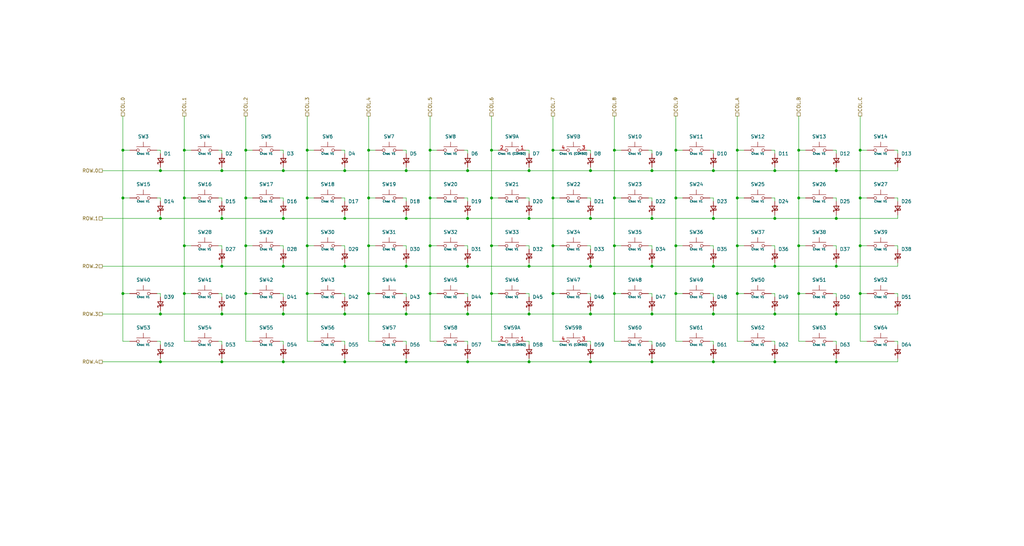
<source format=kicad_sch>
(kicad_sch (version 20211123) (generator eeschema)
  (paper "User" 381 203.2)
  (title_block (title "TOPO Keys") (date "2023-01-28") (rev "0.1") (comment 1 "Owner: Matias Zanches"))
  (junction (at 105.41 134.62))
  (junction (at 196.85 81.28))
  (junction (at 311.15 63.5))
  (junction (at 59.69 134.62))
  (junction (at 265.43 63.5))
  (junction (at 128.27 63.5))
  (junction (at 297.18 73.66))
  (junction (at 45.72 55.88))
  (junction (at 114.3 73.66))
  (junction (at 311.15 81.28))
  (junction (at 91.44 109.22))
  (junction (at 91.44 91.44))
  (junction (at 320.04 109.22))
  (junction (at 59.69 63.5))
  (junction (at 320.04 73.66))
  (junction (at 160.02 91.44))
  (junction (at 251.46 109.22))
  (junction (at 128.27 99.06))
  (junction (at 196.85 99.06))
  (junction (at 160.02 109.22))
  (junction (at 219.71 134.62))
  (junction (at 173.99 134.62))
  (junction (at 196.85 134.62))
  (junction (at 288.29 134.62))
  (junction (at 160.02 55.88))
  (junction (at 228.6 91.44))
  (junction (at 114.3 109.22))
  (junction (at 68.58 109.22))
  (junction (at 219.71 63.5))
  (junction (at 173.99 116.84))
  (junction (at 242.57 116.84))
  (junction (at 320.04 55.88))
  (junction (at 105.41 99.06))
  (junction (at 196.85 63.5))
  (junction (at 251.46 55.88))
  (junction (at 68.58 55.88))
  (junction (at 105.41 81.28))
  (junction (at 82.55 81.28))
  (junction (at 265.43 134.62))
  (junction (at 219.71 116.84))
  (junction (at 205.74 73.66))
  (junction (at 59.69 81.28))
  (junction (at 82.55 99.06))
  (junction (at 173.99 81.28))
  (junction (at 274.32 73.66))
  (junction (at 320.04 91.44))
  (junction (at 311.15 99.06))
  (junction (at 274.32 91.44))
  (junction (at 82.55 134.62))
  (junction (at 242.57 81.28))
  (junction (at 173.99 63.5))
  (junction (at 45.72 73.66))
  (junction (at 265.43 116.84))
  (junction (at 151.13 81.28))
  (junction (at 205.74 55.88))
  (junction (at 251.46 73.66))
  (junction (at 219.71 81.28))
  (junction (at 242.57 134.62))
  (junction (at 114.3 91.44))
  (junction (at 265.43 81.28))
  (junction (at 274.32 55.88))
  (junction (at 311.15 116.84))
  (junction (at 128.27 116.84))
  (junction (at 45.72 109.22))
  (junction (at 205.74 109.22))
  (junction (at 173.99 99.06))
  (junction (at 265.43 99.06))
  (junction (at 228.6 55.88))
  (junction (at 228.6 73.66))
  (junction (at 182.88 91.44))
  (junction (at 288.29 81.28))
  (junction (at 91.44 73.66))
  (junction (at 182.88 73.66))
  (junction (at 242.57 99.06))
  (junction (at 137.16 55.88))
  (junction (at 151.13 63.5))
  (junction (at 311.15 134.62))
  (junction (at 228.6 109.22))
  (junction (at 105.41 116.84))
  (junction (at 137.16 109.22))
  (junction (at 151.13 134.62))
  (junction (at 114.3 55.88))
  (junction (at 242.57 63.5))
  (junction (at 288.29 116.84))
  (junction (at 251.46 91.44))
  (junction (at 274.32 109.22))
  (junction (at 151.13 116.84))
  (junction (at 288.29 63.5))
  (junction (at 297.18 55.88))
  (junction (at 182.88 55.88))
  (junction (at 297.18 109.22))
  (junction (at 128.27 134.62))
  (junction (at 59.69 116.84))
  (junction (at 68.58 73.66))
  (junction (at 219.71 99.06))
  (junction (at 105.41 63.5))
  (junction (at 68.58 91.44))
  (junction (at 205.74 91.44))
  (junction (at 137.16 91.44))
  (junction (at 91.44 55.88))
  (junction (at 297.18 91.44))
  (junction (at 137.16 73.66))
  (junction (at 160.02 73.66))
  (junction (at 196.85 116.84))
  (junction (at 288.29 99.06))
  (junction (at 151.13 99.06))
  (junction (at 128.27 81.28))
  (junction (at 182.88 109.22))
  (junction (at 82.55 116.84))
  (junction (at 82.55 63.5))
  (wire (pts (xy 105.41 55.88) (xy 105.41 57.15)))
  (wire (pts (xy 91.44 91.44) (xy 91.44 109.22)))
  (wire (pts (xy 196.85 62.23) (xy 196.85 63.5)))
  (wire (pts (xy 274.32 55.88) (xy 276.86 55.88)))
  (wire (pts (xy 105.41 91.44) (xy 104.14 91.44)))
  (wire (pts (xy 58.42 73.66) (xy 59.69 73.66)))
  (wire (pts (xy 82.55 55.88) (xy 81.28 55.88)))
  (wire (pts (xy 48.26 109.22) (xy 45.72 109.22)))
  (wire (pts (xy 288.29 57.15) (xy 288.29 55.88)))
  (wire (pts (xy 320.04 109.22) (xy 320.04 127)))
  (wire (pts (xy 242.57 55.88) (xy 242.57 57.15)))
  (wire (pts (xy 332.74 109.22) (xy 334.01 109.22)))
  (wire (pts (xy 45.72 55.88) (xy 45.72 73.66)))
  (wire (pts (xy 208.28 73.66) (xy 205.74 73.66)))
  (wire (pts (xy 297.18 91.44) (xy 297.18 109.22)))
  (wire (pts (xy 251.46 55.88) (xy 251.46 73.66)))
  (wire (pts (xy 196.85 109.22) (xy 196.85 110.49)))
  (wire (pts (xy 128.27 99.06) (xy 151.13 99.06)))
  (wire (pts (xy 151.13 99.06) (xy 173.99 99.06)))
  (wire (pts (xy 105.41 133.35) (xy 105.41 134.62)))
  (wire (pts (xy 128.27 63.5) (xy 151.13 63.5)))
  (wire (pts (xy 311.15 134.62) (xy 334.01 134.62)))
  (wire (pts (xy 219.71 62.23) (xy 219.71 63.5)))
  (wire (pts (xy 91.44 43.18) (xy 91.44 55.88)))
  (wire (pts (xy 81.28 91.44) (xy 82.55 91.44)))
  (wire (pts (xy 105.41 99.06) (xy 128.27 99.06)))
  (wire (pts (xy 173.99 73.66) (xy 172.72 73.66)))
  (wire (pts (xy 59.69 55.88) (xy 59.69 57.15)))
  (wire (pts (xy 195.58 91.44) (xy 196.85 91.44)))
  (wire (pts (xy 265.43 97.79) (xy 265.43 99.06)))
  (wire (pts (xy 45.72 109.22) (xy 45.72 127)))
  (wire (pts (xy 68.58 91.44) (xy 68.58 109.22)))
  (wire (pts (xy 196.85 133.35) (xy 196.85 134.62)))
  (wire (pts (xy 242.57 97.79) (xy 242.57 99.06)))
  (wire (pts (xy 38.1 116.84) (xy 59.69 116.84)))
  (wire (pts (xy 81.28 73.66) (xy 82.55 73.66)))
  (wire (pts (xy 265.43 81.28) (xy 288.29 81.28)))
  (wire (pts (xy 288.29 109.22) (xy 287.02 109.22)))
  (wire (pts (xy 196.85 134.62) (xy 219.71 134.62)))
  (wire (pts (xy 276.86 127) (xy 274.32 127)))
  (wire (pts (xy 196.85 127) (xy 196.85 128.27)))
  (wire (pts (xy 322.58 109.22) (xy 320.04 109.22)))
  (wire (pts (xy 334.01 133.35) (xy 334.01 134.62)))
  (wire (pts (xy 151.13 81.28) (xy 151.13 80.01)))
  (wire (pts (xy 59.69 62.23) (xy 59.69 63.5)))
  (wire (pts (xy 173.99 62.23) (xy 173.99 63.5)))
  (wire (pts (xy 127 127) (xy 128.27 127)))
  (wire (pts (xy 137.16 109.22) (xy 139.7 109.22)))
  (wire (pts (xy 242.57 91.44) (xy 241.3 91.44)))
  (wire (pts (xy 151.13 81.28) (xy 173.99 81.28)))
  (wire (pts (xy 137.16 55.88) (xy 137.16 73.66)))
  (wire (pts (xy 334.01 80.01) (xy 334.01 81.28)))
  (wire (pts (xy 219.71 127) (xy 219.71 128.27)))
  (wire (pts (xy 219.71 92.71) (xy 219.71 91.44)))
  (wire (pts (xy 196.85 55.88) (xy 196.85 57.15)))
  (wire (pts (xy 332.74 55.88) (xy 334.01 55.88)))
  (wire (pts (xy 219.71 133.35) (xy 219.71 134.62)))
  (wire (pts (xy 173.99 80.01) (xy 173.99 81.28)))
  (wire (pts (xy 162.56 91.44) (xy 160.02 91.44)))
  (wire (pts (xy 151.13 134.62) (xy 173.99 134.62)))
  (wire (pts (xy 288.29 110.49) (xy 288.29 109.22)))
  (wire (pts (xy 127 91.44) (xy 128.27 91.44)))
  (wire (pts (xy 151.13 110.49) (xy 151.13 109.22)))
  (wire (pts (xy 104.14 55.88) (xy 105.41 55.88)))
  (wire (pts (xy 242.57 80.01) (xy 242.57 81.28)))
  (wire (pts (xy 311.15 55.88) (xy 311.15 57.15)))
  (wire (pts (xy 173.99 55.88) (xy 173.99 57.15)))
  (wire (pts (xy 196.85 99.06) (xy 219.71 99.06)))
  (wire (pts (xy 38.1 134.62) (xy 59.69 134.62)))
  (wire (pts (xy 105.41 127) (xy 104.14 127)))
  (wire (pts (xy 311.15 81.28) (xy 334.01 81.28)))
  (wire (pts (xy 334.01 127) (xy 334.01 128.27)))
  (wire (pts (xy 242.57 99.06) (xy 265.43 99.06)))
  (wire (pts (xy 297.18 73.66) (xy 299.72 73.66)))
  (wire (pts (xy 82.55 97.79) (xy 82.55 99.06)))
  (wire (pts (xy 264.16 127) (xy 265.43 127)))
  (wire (pts (xy 205.74 91.44) (xy 205.74 109.22)))
  (wire (pts (xy 251.46 73.66) (xy 251.46 91.44)))
  (wire (pts (xy 208.28 91.44) (xy 205.74 91.44)))
  (wire (pts (xy 242.57 127) (xy 241.3 127)))
  (wire (pts (xy 334.01 92.71) (xy 334.01 91.44)))
  (wire (pts (xy 334.01 99.06) (xy 311.15 99.06)))
  (wire (pts (xy 297.18 43.18) (xy 297.18 55.88)))
  (wire (pts (xy 196.85 116.84) (xy 219.71 116.84)))
  (wire (pts (xy 219.71 81.28) (xy 219.71 80.01)))
  (wire (pts (xy 288.29 81.28) (xy 311.15 81.28)))
  (wire (pts (xy 82.55 62.23) (xy 82.55 63.5)))
  (wire (pts (xy 254 55.88) (xy 251.46 55.88)))
  (wire (pts (xy 173.99 109.22) (xy 173.99 110.49)))
  (wire (pts (xy 127 109.22) (xy 128.27 109.22)))
  (wire (pts (xy 254 91.44) (xy 251.46 91.44)))
  (wire (pts (xy 105.41 80.01) (xy 105.41 81.28)))
  (wire (pts (xy 38.1 63.5) (xy 59.69 63.5)))
  (wire (pts (xy 151.13 62.23) (xy 151.13 63.5)))
  (wire (pts (xy 288.29 81.28) (xy 288.29 80.01)))
  (wire (pts (xy 160.02 127) (xy 162.56 127)))
  (wire (pts (xy 218.44 91.44) (xy 219.71 91.44)))
  (wire (pts (xy 48.26 127) (xy 45.72 127)))
  (wire (pts (xy 196.85 92.71) (xy 196.85 91.44)))
  (wire (pts (xy 59.69 133.35) (xy 59.69 134.62)))
  (wire (pts (xy 91.44 73.66) (xy 91.44 91.44)))
  (wire (pts (xy 251.46 91.44) (xy 251.46 109.22)))
  (wire (pts (xy 105.41 63.5) (xy 82.55 63.5)))
  (wire (pts (xy 128.27 73.66) (xy 128.27 74.93)))
  (wire (pts (xy 311.15 74.93) (xy 311.15 73.66)))
  (wire (pts (xy 265.43 133.35) (xy 265.43 134.62)))
  (wire (pts (xy 219.71 110.49) (xy 219.71 109.22)))
  (wire (pts (xy 59.69 63.5) (xy 82.55 63.5)))
  (wire (pts (xy 160.02 109.22) (xy 160.02 127)))
  (wire (pts (xy 151.13 134.62) (xy 151.13 133.35)))
  (wire (pts (xy 59.69 81.28) (xy 82.55 81.28)))
  (wire (pts (xy 334.01 109.22) (xy 334.01 110.49)))
  (wire (pts (xy 332.74 127) (xy 334.01 127)))
  (wire (pts (xy 254 109.22) (xy 251.46 109.22)))
  (wire (pts (xy 242.57 109.22) (xy 242.57 110.49)))
  (wire (pts (xy 91.44 55.88) (xy 93.98 55.88)))
  (wire (pts (xy 265.43 134.62) (xy 242.57 134.62)))
  (wire (pts (xy 196.85 115.57) (xy 196.85 116.84)))
  (wire (pts (xy 195.58 73.66) (xy 196.85 73.66)))
  (wire (pts (xy 288.29 55.88) (xy 287.02 55.88)))
  (wire (pts (xy 128.27 92.71) (xy 128.27 91.44)))
  (wire (pts (xy 173.99 99.06) (xy 196.85 99.06)))
  (wire (pts (xy 218.44 73.66) (xy 219.71 73.66)))
  (wire (pts (xy 114.3 109.22) (xy 114.3 127)))
  (wire (pts (xy 128.27 62.23) (xy 128.27 63.5)))
  (wire (pts (xy 59.69 109.22) (xy 59.69 110.49)))
  (wire (pts (xy 82.55 115.57) (xy 82.55 116.84)))
  (wire (pts (xy 219.71 99.06) (xy 242.57 99.06)))
  (wire (pts (xy 182.88 109.22) (xy 182.88 127)))
  (wire (pts (xy 173.99 97.79) (xy 173.99 99.06)))
  (wire (pts (xy 196.85 63.5) (xy 219.71 63.5)))
  (wire (pts (xy 151.13 109.22) (xy 149.86 109.22)))
  (wire (pts (xy 276.86 91.44) (xy 274.32 91.44)))
  (wire (pts (xy 105.41 109.22) (xy 105.41 110.49)))
  (wire (pts (xy 288.29 115.57) (xy 288.29 116.84)))
  (wire (pts (xy 241.3 55.88) (xy 242.57 55.88)))
  (wire (pts (xy 228.6 73.66) (xy 231.14 73.66)))
  (wire (pts (xy 251.46 109.22) (xy 251.46 127)))
  (wire (pts (xy 116.84 109.22) (xy 114.3 109.22)))
  (wire (pts (xy 322.58 127) (xy 320.04 127)))
  (wire (pts (xy 116.84 91.44) (xy 114.3 91.44)))
  (wire (pts (xy 265.43 115.57) (xy 265.43 116.84)))
  (wire (pts (xy 149.86 91.44) (xy 151.13 91.44)))
  (wire (pts (xy 311.15 73.66) (xy 309.88 73.66)))
  (wire (pts (xy 265.43 127) (xy 265.43 128.27)))
  (wire (pts (xy 265.43 92.71) (xy 265.43 91.44)))
  (wire (pts (xy 151.13 73.66) (xy 151.13 74.93)))
  (wire (pts (xy 264.16 73.66) (xy 265.43 73.66)))
  (wire (pts (xy 38.1 99.06) (xy 82.55 99.06)))
  (wire (pts (xy 311.15 91.44) (xy 309.88 91.44)))
  (wire (pts (xy 219.71 55.88) (xy 218.44 55.88)))
  (wire (pts (xy 182.88 43.18) (xy 182.88 55.88)))
  (wire (pts (xy 91.44 73.66) (xy 93.98 73.66)))
  (wire (pts (xy 151.13 115.57) (xy 151.13 116.84)))
  (wire (pts (xy 196.85 80.01) (xy 196.85 81.28)))
  (wire (pts (xy 185.42 91.44) (xy 182.88 91.44)))
  (wire (pts (xy 288.29 127) (xy 288.29 128.27)))
  (wire (pts (xy 173.99 91.44) (xy 172.72 91.44)))
  (wire (pts (xy 205.74 55.88) (xy 205.74 73.66)))
  (wire (pts (xy 311.15 133.35) (xy 311.15 134.62)))
  (wire (pts (xy 91.44 55.88) (xy 91.44 73.66)))
  (wire (pts (xy 288.29 92.71) (xy 288.29 91.44)))
  (wire (pts (xy 311.15 109.22) (xy 311.15 110.49)))
  (wire (pts (xy 128.27 115.57) (xy 128.27 116.84)))
  (wire (pts (xy 82.55 92.71) (xy 82.55 91.44)))
  (wire (pts (xy 264.16 109.22) (xy 265.43 109.22)))
  (wire (pts (xy 297.18 109.22) (xy 299.72 109.22)))
  (wire (pts (xy 151.13 127) (xy 151.13 128.27)))
  (wire (pts (xy 48.26 55.88) (xy 45.72 55.88)))
  (wire (pts (xy 151.13 55.88) (xy 149.86 55.88)))
  (wire (pts (xy 59.69 115.57) (xy 59.69 116.84)))
  (wire (pts (xy 128.27 81.28) (xy 105.41 81.28)))
  (wire (pts (xy 160.02 43.18) (xy 160.02 55.88)))
  (wire (pts (xy 105.41 97.79) (xy 105.41 99.06)))
  (wire (pts (xy 332.74 73.66) (xy 334.01 73.66)))
  (wire (pts (xy 219.71 134.62) (xy 242.57 134.62)))
  (wire (pts (xy 160.02 91.44) (xy 160.02 109.22)))
  (wire (pts (xy 320.04 55.88) (xy 320.04 73.66)))
  (wire (pts (xy 59.69 134.62) (xy 82.55 134.62)))
  (wire (pts (xy 59.69 80.01) (xy 59.69 81.28)))
  (wire (pts (xy 309.88 55.88) (xy 311.15 55.88)))
  (wire (pts (xy 137.16 91.44) (xy 137.16 109.22)))
  (wire (pts (xy 297.18 109.22) (xy 297.18 127)))
  (wire (pts (xy 173.99 63.5) (xy 151.13 63.5)))
  (wire (pts (xy 288.29 97.79) (xy 288.29 99.06)))
  (wire (pts (xy 242.57 92.71) (xy 242.57 91.44)))
  (wire (pts (xy 82.55 109.22) (xy 81.28 109.22)))
  (wire (pts (xy 105.41 92.71) (xy 105.41 91.44)))
  (wire (pts (xy 160.02 109.22) (xy 162.56 109.22)))
  (wire (pts (xy 82.55 134.62) (xy 82.55 133.35)))
  (wire (pts (xy 68.58 55.88) (xy 68.58 73.66)))
  (wire (pts (xy 114.3 91.44) (xy 114.3 109.22)))
  (wire (pts (xy 128.27 97.79) (xy 128.27 99.06)))
  (wire (pts (xy 309.88 109.22) (xy 311.15 109.22)))
  (wire (pts (xy 105.41 63.5) (xy 128.27 63.5)))
  (wire (pts (xy 185.42 127) (xy 182.88 127)))
  (wire (pts (xy 127 55.88) (xy 128.27 55.88)))
  (wire (pts (xy 116.84 73.66) (xy 114.3 73.66)))
  (wire (pts (xy 105.41 115.57) (xy 105.41 116.84)))
  (wire (pts (xy 149.86 127) (xy 151.13 127)))
  (wire (pts (xy 320.04 73.66) (xy 320.04 91.44)))
  (wire (pts (xy 311.15 63.5) (xy 334.01 63.5)))
  (wire (pts (xy 288.29 99.06) (xy 311.15 99.06)))
  (wire (pts (xy 254 73.66) (xy 251.46 73.66)))
  (wire (pts (xy 322.58 55.88) (xy 320.04 55.88)))
  (wire (pts (xy 242.57 116.84) (xy 219.71 116.84)))
  (wire (pts (xy 242.57 62.23) (xy 242.57 63.5)))
  (wire (pts (xy 242.57 63.5) (xy 265.43 63.5)))
  (wire (pts (xy 228.6 73.66) (xy 228.6 91.44)))
  (wire (pts (xy 82.55 110.49) (xy 82.55 109.22)))
  (wire (pts (xy 82.55 57.15) (xy 82.55 55.88)))
  (wire (pts (xy 219.71 73.66) (xy 219.71 74.93)))
  (wire (pts (xy 288.29 62.23) (xy 288.29 63.5)))
  (wire (pts (xy 68.58 55.88) (xy 71.12 55.88)))
  (wire (pts (xy 172.72 55.88) (xy 173.99 55.88)))
  (wire (pts (xy 311.15 115.57) (xy 311.15 116.84)))
  (wire (pts (xy 287.02 73.66) (xy 288.29 73.66)))
  (wire (pts (xy 160.02 73.66) (xy 162.56 73.66)))
  (wire (pts (xy 311.15 116.84) (xy 288.29 116.84)))
  (wire (pts (xy 173.99 81.28) (xy 196.85 81.28)))
  (wire (pts (xy 264.16 91.44) (xy 265.43 91.44)))
  (wire (pts (xy 218.44 127) (xy 219.71 127)))
  (wire (pts (xy 173.99 74.93) (xy 173.99 73.66)))
  (wire (pts (xy 287.02 127) (xy 288.29 127)))
  (wire (pts (xy 311.15 80.01) (xy 311.15 81.28)))
  (wire (pts (xy 58.42 55.88) (xy 59.69 55.88)))
  (wire (pts (xy 173.99 63.5) (xy 196.85 63.5)))
  (wire (pts (xy 288.29 134.62) (xy 311.15 134.62)))
  (wire (pts (xy 264.16 55.88) (xy 265.43 55.88)))
  (wire (pts (xy 242.57 115.57) (xy 242.57 116.84)))
  (wire (pts (xy 205.74 127) (xy 208.28 127)))
  (wire (pts (xy 299.72 91.44) (xy 297.18 91.44)))
  (wire (pts (xy 242.57 116.84) (xy 265.43 116.84)))
  (wire (pts (xy 128.27 134.62) (xy 151.13 134.62)))
  (wire (pts (xy 68.58 43.18) (xy 68.58 55.88)))
  (wire (pts (xy 228.6 91.44) (xy 228.6 109.22)))
  (wire (pts (xy 311.15 116.84) (xy 334.01 116.84)))
  (wire (pts (xy 205.74 73.66) (xy 205.74 91.44)))
  (wire (pts (xy 274.32 109.22) (xy 274.32 127)))
  (wire (pts (xy 105.41 62.23) (xy 105.41 63.5)))
  (wire (pts (xy 265.43 99.06) (xy 288.29 99.06)))
  (wire (pts (xy 195.58 55.88) (xy 196.85 55.88)))
  (wire (pts (xy 91.44 109.22) (xy 93.98 109.22)))
  (wire (pts (xy 297.18 55.88) (xy 297.18 73.66)))
  (wire (pts (xy 241.3 109.22) (xy 242.57 109.22)))
  (wire (pts (xy 68.58 109.22) (xy 71.12 109.22)))
  (wire (pts (xy 59.69 116.84) (xy 82.55 116.84)))
  (wire (pts (xy 265.43 73.66) (xy 265.43 74.93)))
  (wire (pts (xy 242.57 133.35) (xy 242.57 134.62)))
  (wire (pts (xy 265.43 116.84) (xy 288.29 116.84)))
  (wire (pts (xy 287.02 91.44) (xy 288.29 91.44)))
  (wire (pts (xy 128.27 134.62) (xy 105.41 134.62)))
  (wire (pts (xy 274.32 109.22) (xy 276.86 109.22)))
  (wire (pts (xy 137.16 109.22) (xy 137.16 127)))
  (wire (pts (xy 196.85 73.66) (xy 196.85 74.93)))
  (wire (pts (xy 219.71 57.15) (xy 219.71 55.88)))
  (wire (pts (xy 68.58 73.66) (xy 68.58 91.44)))
  (wire (pts (xy 160.02 55.88) (xy 160.02 73.66)))
  (wire (pts (xy 82.55 81.28) (xy 105.41 81.28)))
  (wire (pts (xy 139.7 91.44) (xy 137.16 91.44)))
  (wire (pts (xy 242.57 74.93) (xy 242.57 73.66)))
  (wire (pts (xy 48.26 73.66) (xy 45.72 73.66)))
  (wire (pts (xy 82.55 127) (xy 82.55 128.27)))
  (wire (pts (xy 334.01 73.66) (xy 334.01 74.93)))
  (wire (pts (xy 38.1 81.28) (xy 59.69 81.28)))
  (wire (pts (xy 151.13 97.79) (xy 151.13 99.06)))
  (wire (pts (xy 105.41 73.66) (xy 104.14 73.66)))
  (wire (pts (xy 196.85 97.79) (xy 196.85 99.06)))
  (wire (pts (xy 58.42 127) (xy 59.69 127)))
  (wire (pts (xy 59.69 73.66) (xy 59.69 74.93)))
  (wire (pts (xy 45.72 43.18) (xy 45.72 55.88)))
  (wire (pts (xy 149.86 73.66) (xy 151.13 73.66)))
  (wire (pts (xy 71.12 127) (xy 68.58 127)))
  (wire (pts (xy 114.3 73.66) (xy 114.3 91.44)))
  (wire (pts (xy 195.58 127) (xy 196.85 127)))
  (wire (pts (xy 265.43 55.88) (xy 265.43 57.15)))
  (wire (pts (xy 104.14 109.22) (xy 105.41 109.22)))
  (wire (pts (xy 105.41 128.27) (xy 105.41 127)))
  (wire (pts (xy 322.58 91.44) (xy 320.04 91.44)))
  (wire (pts (xy 320.04 43.18) (xy 320.04 55.88)))
  (wire (pts (xy 71.12 73.66) (xy 68.58 73.66)))
  (wire (pts (xy 137.16 55.88) (xy 139.7 55.88)))
  (wire (pts (xy 173.99 116.84) (xy 151.13 116.84)))
  (wire (pts (xy 182.88 55.88) (xy 182.88 73.66)))
  (wire (pts (xy 128.27 127) (xy 128.27 128.27)))
  (wire (pts (xy 274.32 91.44) (xy 274.32 109.22)))
  (wire (pts (xy 219.71 115.57) (xy 219.71 116.84)))
  (wire (pts (xy 195.58 109.22) (xy 196.85 109.22)))
  (wire (pts (xy 288.29 73.66) (xy 288.29 74.93)))
  (wire (pts (xy 151.13 92.71) (xy 151.13 91.44)))
  (wire (pts (xy 82.55 81.28) (xy 82.55 80.01)))
  (wire (pts (xy 105.41 74.93) (xy 105.41 73.66)))
  (wire (pts (xy 265.43 62.23) (xy 265.43 63.5)))
  (wire (pts (xy 137.16 43.18) (xy 137.16 55.88)))
  (wire (pts (xy 265.43 80.01) (xy 265.43 81.28)))
  (wire (pts (xy 334.01 115.57) (xy 334.01 116.84)))
  (wire (pts (xy 185.42 55.88) (xy 182.88 55.88)))
  (wire (pts (xy 297.18 55.88) (xy 299.72 55.88)))
  (wire (pts (xy 228.6 109.22) (xy 231.14 109.22)))
  (wire (pts (xy 311.15 62.23) (xy 311.15 63.5)))
  (wire (pts (xy 128.27 55.88) (xy 128.27 57.15)))
  (wire (pts (xy 173.99 92.71) (xy 173.99 91.44)))
  (wire (pts (xy 182.88 91.44) (xy 182.88 109.22)))
  (wire (pts (xy 45.72 73.66) (xy 45.72 109.22)))
  (wire (pts (xy 288.29 134.62) (xy 288.29 133.35)))
  (wire (pts (xy 274.32 55.88) (xy 274.32 73.66)))
  (wire (pts (xy 265.43 81.28) (xy 242.57 81.28)))
  (wire (pts (xy 297.18 73.66) (xy 297.18 91.44)))
  (wire (pts (xy 137.16 73.66) (xy 137.16 91.44)))
  (wire (pts (xy 228.6 127) (xy 231.14 127)))
  (wire (pts (xy 182.88 73.66) (xy 182.88 91.44)))
  (wire (pts (xy 265.43 134.62) (xy 288.29 134.62)))
  (wire (pts (xy 173.99 134.62) (xy 196.85 134.62)))
  (wire (pts (xy 116.84 127) (xy 114.3 127)))
  (wire (pts (xy 205.74 109.22) (xy 205.74 127)))
  (wire (pts (xy 160.02 55.88) (xy 162.56 55.88)))
  (wire (pts (xy 219.71 109.22) (xy 218.44 109.22)))
  (wire (pts (xy 172.72 109.22) (xy 173.99 109.22)))
  (wire (pts (xy 205.74 109.22) (xy 208.28 109.22)))
  (wire (pts (xy 242.57 128.27) (xy 242.57 127)))
  (wire (pts (xy 81.28 127) (xy 82.55 127)))
  (wire (pts (xy 116.84 55.88) (xy 114.3 55.88)))
  (wire (pts (xy 58.42 109.22) (xy 59.69 109.22)))
  (wire (pts (xy 173.99 115.57) (xy 173.99 116.84)))
  (wire (pts (xy 265.43 109.22) (xy 265.43 110.49)))
  (wire (pts (xy 151.13 57.15) (xy 151.13 55.88)))
  (wire (pts (xy 242.57 73.66) (xy 241.3 73.66)))
  (wire (pts (xy 82.55 134.62) (xy 105.41 134.62)))
  (wire (pts (xy 231.14 91.44) (xy 228.6 91.44)))
  (wire (pts (xy 114.3 55.88) (xy 114.3 73.66)))
  (wire (pts (xy 93.98 91.44) (xy 91.44 91.44)))
  (wire (pts (xy 128.27 116.84) (xy 151.13 116.84)))
  (wire (pts (xy 173.99 133.35) (xy 173.99 134.62)))
  (wire (pts (xy 139.7 73.66) (xy 137.16 73.66)))
  (wire (pts (xy 311.15 92.71) (xy 311.15 91.44)))
  (wire (pts (xy 274.32 43.18) (xy 274.32 55.88)))
  (wire (pts (xy 311.15 97.79) (xy 311.15 99.06)))
  (wire (pts (xy 320.04 91.44) (xy 320.04 109.22)))
  (wire (pts (xy 208.28 55.88) (xy 205.74 55.88)))
  (wire (pts (xy 173.99 128.27) (xy 173.99 127)))
  (wire (pts (xy 251.46 43.18) (xy 251.46 55.88)))
  (wire (pts (xy 128.27 80.01) (xy 128.27 81.28)))
  (wire (pts (xy 311.15 63.5) (xy 288.29 63.5)))
  (wire (pts (xy 59.69 127) (xy 59.69 128.27)))
  (wire (pts (xy 173.99 116.84) (xy 196.85 116.84)))
  (wire (pts (xy 185.42 73.66) (xy 182.88 73.66)))
  (wire (pts (xy 228.6 43.18) (xy 228.6 55.88)))
  (wire (pts (xy 128.27 109.22) (xy 128.27 110.49)))
  (wire (pts (xy 91.44 127) (xy 93.98 127)))
  (wire (pts (xy 219.71 81.28) (xy 242.57 81.28)))
  (wire (pts (xy 105.41 116.84) (xy 128.27 116.84)))
  (wire (pts (xy 139.7 127) (xy 137.16 127)))
  (wire (pts (xy 114.3 43.18) (xy 114.3 55.88)))
  (wire (pts (xy 228.6 55.88) (xy 231.14 55.88)))
  (wire (pts (xy 91.44 109.22) (xy 91.44 127)))
  (wire (pts (xy 68.58 109.22) (xy 68.58 127)))
  (wire (pts (xy 128.27 81.28) (xy 151.13 81.28)))
  (wire (pts (xy 334.01 55.88) (xy 334.01 57.15)))
  (wire (pts (xy 173.99 127) (xy 172.72 127)))
  (wire (pts (xy 128.27 133.35) (xy 128.27 134.62)))
  (wire (pts (xy 185.42 109.22) (xy 182.88 109.22)))
  (wire (pts (xy 228.6 55.88) (xy 228.6 73.66)))
  (wire (pts (xy 160.02 73.66) (xy 160.02 91.44)))
  (wire (pts (xy 127 73.66) (xy 128.27 73.66)))
  (wire (pts (xy 334.01 62.23) (xy 334.01 63.5)))
  (wire (pts (xy 332.74 91.44) (xy 334.01 91.44)))
  (wire (pts (xy 254 127) (xy 251.46 127)))
  (wire (pts (xy 219.71 63.5) (xy 242.57 63.5)))
  (wire (pts (xy 196.85 81.28) (xy 219.71 81.28)))
  (wire (pts (xy 334.01 97.79) (xy 334.01 99.06)))
  (wire (pts (xy 276.86 73.66) (xy 274.32 73.66)))
  (wire (pts (xy 82.55 73.66) (xy 82.55 74.93)))
  (wire (pts (xy 105.41 116.84) (xy 82.55 116.84)))
  (wire (pts (xy 82.55 99.06) (xy 105.41 99.06)))
  (wire (pts (xy 322.58 73.66) (xy 320.04 73.66)))
  (wire (pts (xy 205.74 43.18) (xy 205.74 55.88)))
  (wire (pts (xy 274.32 73.66) (xy 274.32 91.44)))
  (wire (pts (xy 311.15 128.27) (xy 311.15 127)))
  (wire (pts (xy 71.12 91.44) (xy 68.58 91.44)))
  (wire (pts (xy 228.6 109.22) (xy 228.6 127)))
  (wire (pts (xy 311.15 127) (xy 309.88 127)))
  (wire (pts (xy 297.18 127) (xy 299.72 127)))
  (wire (pts (xy 265.43 63.5) (xy 288.29 63.5)))
  (wire (pts (xy 219.71 97.79) (xy 219.71 99.06)))
  (hierarchical_label "COL.3" (shape passive) (at 114.3 43.18 90))
  (hierarchical_label "COL.5" (shape passive) (at 160.02 43.18 90))
  (hierarchical_label "ROW.0" (shape passive) (at 38.1 63.5 180))
  (hierarchical_label "ROW.1" (shape passive) (at 38.1 81.28 180))
  (hierarchical_label "COL.2" (shape passive) (at 91.44 43.18 90))
  (hierarchical_label "ROW.3" (shape passive) (at 38.1 116.84 180))
  (hierarchical_label "ROW.4" (shape passive) (at 38.1 134.62 180))
  (hierarchical_label "COL.6" (shape passive) (at 182.88 43.18 90))
  (hierarchical_label "COL.1" (shape passive) (at 68.58 43.2132 90))
  (hierarchical_label "COL.8" (shape passive) (at 228.6 43.18 90))
  (hierarchical_label "COL.9" (shape passive) (at 251.46 43.18 90))
  (hierarchical_label "COL.B" (shape passive) (at 297.18 43.18 90))
  (hierarchical_label "ROW.2" (shape passive) (at 38.1 99.06 180))
  (hierarchical_label "COL.0" (shape passive) (at 45.72 43.18 90))
  (hierarchical_label "COL.4" (shape passive) (at 137.16 43.2132 90))
  (hierarchical_label "COL.7" (shape passive) (at 205.74 43.2132 90))
  (hierarchical_label "COL.C" (shape passive) (at 320.04 43.18 90))
  (hierarchical_label "COL.A" (shape passive) (at 274.32 43.2132 90))
  (symbol (lib_id "Switch:SW_Push") (at 281.94 55.88 0) (mirror y) (unit 1)
    (property "Reference" "SW12" (at 281.94 50.8 0))
    (property "Value" "Choc V1" (at 281.94 57.15 0) (effects (font (size 0.762 0.762))))
    (property "Footprint" "_local:SW_Kailh_CPG135001D01-1U" (effects hide))
    (property "Datasheet" "https://www.cherrymx.de/en/cherry-mx/mx-original/mx-red.html" (effects hide))
    (property "Digi-Key" "- - -" (effects hide))
    (property "LCSC" "- - -" (effects hide))
    (property "Manufacturer" "Cherry AG" (effects hide))
    (property "Mouser" "- - -" (effects hide))
    (property "Part Number" "Cherry MX" (effects hide))
    (property "Package_LCSC" "- - -" (effects hide))
  )
  (symbol (lib_id "Device:D_Schottky_Small") (at 105.41 130.81 90) (unit 1)
    (property "Reference" "D54" (at 106.68 128.27 90) (effects (justify right)))
    (property "Value" "SD103AWS-TP" (effects hide))
    (property "Footprint" "Diode_SMD:D_SOD-323" (effects hide))
    (property "Datasheet" "https://www.mccsemi.com/pdf/Products/SD103AWS-SD103CWS(SOD-323).PDF" (effects hide))
    (property "Digi-Key" "SD103AWSTPMSCT-ND" (effects hide))
    (property "LCSC" "C779513" (effects hide))
    (property "Manufacturer" "Micro Commercial Co" (effects hide))
    (property "Mouser" "833-SD103AWS-TP" (effects hide))
    (property "Part Number" "SD103AWS-TP" (effects hide))
    (property "Package_LCSC" "SOD-323" (effects hide))
  )
  (symbol (lib_id "Switch:SW_Push") (at 144.78 73.66 0) (mirror y) (unit 1)
    (property "Reference" "SW19" (at 144.78 68.58 0))
    (property "Value" "Choc V1" (at 144.78 74.93 0) (effects (font (size 0.762 0.762))))
    (property "Footprint" "_local:SW_Kailh_CPG135001D01-1U" (effects hide))
    (property "Datasheet" "https://www.cherrymx.de/en/cherry-mx/mx-original/mx-red.html" (effects hide))
    (property "Digi-Key" "- - -" (effects hide))
    (property "LCSC" "- - -" (effects hide))
    (property "Manufacturer" "Cherry AG" (effects hide))
    (property "Mouser" "- - -" (effects hide))
    (property "Part Number" "Cherry MX" (effects hide))
    (property "Package_LCSC" "- - -" (effects hide))
  )
  (symbol (lib_id "Switch:SW_Push") (at 327.66 127 0) (mirror y) (unit 1)
    (property "Reference" "SW64" (at 327.66 121.92 0))
    (property "Value" "Choc V1" (at 327.66 128.27 0) (effects (font (size 0.762 0.762))))
    (property "Footprint" "_local:SW_Kailh_CPG135001D01-1U" (effects hide))
    (property "Datasheet" "https://www.cherrymx.de/en/cherry-mx/mx-original/mx-red.html" (effects hide))
    (property "Digi-Key" "- - -" (effects hide))
    (property "LCSC" "- - -" (effects hide))
    (property "Manufacturer" "Cherry AG" (effects hide))
    (property "Mouser" "- - -" (effects hide))
    (property "Part Number" "Cherry MX" (effects hide))
    (property "Package_LCSC" "- - -" (effects hide))
  )
  (symbol (lib_id "Switch:SW_Push") (at 99.06 73.66 0) (mirror y) (unit 1)
    (property "Reference" "SW17" (at 99.06 68.58 0))
    (property "Value" "Choc V1" (at 99.06 74.93 0) (effects (font (size 0.762 0.762))))
    (property "Footprint" "_local:SW_Kailh_CPG135001D01-1U" (effects hide))
    (property "Datasheet" "https://www.cherrymx.de/en/cherry-mx/mx-original/mx-red.html" (effects hide))
    (property "Digi-Key" "- - -" (effects hide))
    (property "LCSC" "- - -" (effects hide))
    (property "Manufacturer" "Cherry AG" (effects hide))
    (property "Mouser" "- - -" (effects hide))
    (property "Part Number" "Cherry MX" (effects hide))
    (property "Package_LCSC" "- - -" (effects hide))
  )
  (symbol (lib_id "Device:D_Schottky_Small") (at 151.13 77.47 90) (unit 1)
    (property "Reference" "D18" (at 152.4 74.93 90) (effects (justify right)))
    (property "Value" "SD103AWS-TP" (effects hide))
    (property "Footprint" "Diode_SMD:D_SOD-323" (effects hide))
    (property "Datasheet" "https://www.mccsemi.com/pdf/Products/SD103AWS-SD103CWS(SOD-323).PDF" (effects hide))
    (property "Digi-Key" "SD103AWSTPMSCT-ND" (effects hide))
    (property "LCSC" "C779513" (effects hide))
    (property "Manufacturer" "Micro Commercial Co" (effects hide))
    (property "Mouser" "833-SD103AWS-TP" (effects hide))
    (property "Part Number" "SD103AWS-TP" (effects hide))
    (property "Package_LCSC" "SOD-323" (effects hide))
  )
  (symbol (lib_id "Device:D_Schottky_Small") (at 82.55 113.03 90) (unit 1)
    (property "Reference" "D40" (at 83.82 110.49 90) (effects (justify right)))
    (property "Value" "SD103AWS-TP" (effects hide))
    (property "Footprint" "Diode_SMD:D_SOD-323" (effects hide))
    (property "Datasheet" "https://www.mccsemi.com/pdf/Products/SD103AWS-SD103CWS(SOD-323).PDF" (effects hide))
    (property "Digi-Key" "SD103AWSTPMSCT-ND" (effects hide))
    (property "LCSC" "C779513" (effects hide))
    (property "Manufacturer" "Micro Commercial Co" (effects hide))
    (property "Mouser" "833-SD103AWS-TP" (effects hide))
    (property "Part Number" "SD103AWS-TP" (effects hide))
    (property "Package_LCSC" "SOD-323" (effects hide))
  )
  (symbol (lib_id "Device:D_Schottky_Small") (at 334.01 113.03 90) (unit 1)
    (property "Reference" "D51" (at 335.28 110.49 90) (effects (justify right)))
    (property "Value" "SD103AWS-TP" (effects hide))
    (property "Footprint" "Diode_SMD:D_SOD-323" (effects hide))
    (property "Datasheet" "https://www.mccsemi.com/pdf/Products/SD103AWS-SD103CWS(SOD-323).PDF" (effects hide))
    (property "Digi-Key" "SD103AWSTPMSCT-ND" (effects hide))
    (property "LCSC" "C779513" (effects hide))
    (property "Manufacturer" "Micro Commercial Co" (effects hide))
    (property "Mouser" "833-SD103AWS-TP" (effects hide))
    (property "Part Number" "SD103AWS-TP" (effects hide))
    (property "Package_LCSC" "SOD-323" (effects hide))
  )
  (symbol (lib_id "Device:D_Schottky_Small") (at 128.27 59.69 90) (unit 1)
    (property "Reference" "D4" (at 129.54 57.15 90) (effects (justify right)))
    (property "Value" "SD103AWS-TP" (effects hide))
    (property "Footprint" "Diode_SMD:D_SOD-323" (effects hide))
    (property "Datasheet" "https://www.mccsemi.com/pdf/Products/SD103AWS-SD103CWS(SOD-323).PDF" (effects hide))
    (property "Digi-Key" "SD103AWSTPMSCT-ND" (effects hide))
    (property "LCSC" "C779513" (effects hide))
    (property "Manufacturer" "Micro Commercial Co" (effects hide))
    (property "Mouser" "833-SD103AWS-TP" (effects hide))
    (property "Part Number" "SD103AWS-TP" (effects hide))
    (property "Package_LCSC" "SOD-323" (effects hide))
  )
  (symbol (lib_id "Device:D_Schottky_Small") (at 151.13 59.69 90) (unit 1)
    (property "Reference" "D5" (at 152.4 57.15 90) (effects (justify right)))
    (property "Value" "SD103AWS-TP" (effects hide))
    (property "Footprint" "Diode_SMD:D_SOD-323" (effects hide))
    (property "Datasheet" "https://www.mccsemi.com/pdf/Products/SD103AWS-SD103CWS(SOD-323).PDF" (effects hide))
    (property "Digi-Key" "SD103AWSTPMSCT-ND" (effects hide))
    (property "LCSC" "C779513" (effects hide))
    (property "Manufacturer" "Micro Commercial Co" (effects hide))
    (property "Mouser" "833-SD103AWS-TP" (effects hide))
    (property "Part Number" "SD103AWS-TP" (effects hide))
    (property "Package_LCSC" "SOD-323" (effects hide))
  )
  (symbol (lib_id "Device:D_Schottky_Small") (at 242.57 95.25 90) (unit 1)
    (property "Reference" "D34" (at 243.84 92.71 90) (effects (justify right)))
    (property "Value" "SD103AWS-TP" (effects hide))
    (property "Footprint" "Diode_SMD:D_SOD-323" (effects hide))
    (property "Datasheet" "https://www.mccsemi.com/pdf/Products/SD103AWS-SD103CWS(SOD-323).PDF" (effects hide))
    (property "Digi-Key" "SD103AWSTPMSCT-ND" (effects hide))
    (property "LCSC" "C779513" (effects hide))
    (property "Manufacturer" "Micro Commercial Co" (effects hide))
    (property "Mouser" "833-SD103AWS-TP" (effects hide))
    (property "Part Number" "SD103AWS-TP" (effects hide))
    (property "Package_LCSC" "SOD-323" (effects hide))
  )
  (symbol (lib_id "Device:D_Schottky_Small") (at 288.29 59.69 90) (unit 1)
    (property "Reference" "D11" (at 289.56 57.15 90) (effects (justify right)))
    (property "Value" "SD103AWS-TP" (effects hide))
    (property "Footprint" "Diode_SMD:D_SOD-323" (effects hide))
    (property "Datasheet" "https://www.mccsemi.com/pdf/Products/SD103AWS-SD103CWS(SOD-323).PDF" (effects hide))
    (property "Digi-Key" "SD103AWSTPMSCT-ND" (effects hide))
    (property "LCSC" "C779513" (effects hide))
    (property "Manufacturer" "Micro Commercial Co" (effects hide))
    (property "Mouser" "833-SD103AWS-TP" (effects hide))
    (property "Part Number" "SD103AWS-TP" (effects hide))
    (property "Package_LCSC" "SOD-323" (effects hide))
  )
  (symbol (lib_id "Device:D_Schottky_Small") (at 151.13 130.81 90) (unit 1)
    (property "Reference" "D56" (at 152.4 128.27 90) (effects (justify right)))
    (property "Value" "SD103AWS-TP" (effects hide))
    (property "Footprint" "Diode_SMD:D_SOD-323" (effects hide))
    (property "Datasheet" "https://www.mccsemi.com/pdf/Products/SD103AWS-SD103CWS(SOD-323).PDF" (effects hide))
    (property "Digi-Key" "SD103AWSTPMSCT-ND" (effects hide))
    (property "LCSC" "C779513" (effects hide))
    (property "Manufacturer" "Micro Commercial Co" (effects hide))
    (property "Mouser" "833-SD103AWS-TP" (effects hide))
    (property "Part Number" "SD103AWS-TP" (effects hide))
    (property "Package_LCSC" "SOD-323" (effects hide))
  )
  (symbol (lib_id "Switch:SW_Push") (at 76.2 55.88 0) (mirror y) (unit 1)
    (property "Reference" "SW4" (at 76.2 50.8 0))
    (property "Value" "Choc V1" (at 76.2 57.15 0) (effects (font (size 0.762 0.762))))
    (property "Footprint" "_local:SW_Kailh_CPG135001D01-1U" (effects hide))
    (property "Datasheet" "https://www.cherrymx.de/en/cherry-mx/mx-original/mx-red.html" (effects hide))
    (property "Digi-Key" "- - -" (effects hide))
    (property "LCSC" "- - -" (effects hide))
    (property "Manufacturer" "Cherry AG" (effects hide))
    (property "Mouser" "- - -" (effects hide))
    (property "Part Number" "Cherry MX" (effects hide))
    (property "Package_LCSC" "- - -" (effects hide))
  )
  (symbol (lib_id "Switch:SW_Push") (at 259.08 127 0) (mirror y) (unit 1)
    (property "Reference" "SW61" (at 259.08 121.92 0))
    (property "Value" "Choc V1" (at 259.08 128.27 0) (effects (font (size 0.762 0.762))))
    (property "Footprint" "_local:SW_Kailh_CPG135001D01-1U" (effects hide))
    (property "Datasheet" "https://www.cherrymx.de/en/cherry-mx/mx-original/mx-red.html" (effects hide))
    (property "Digi-Key" "- - -" (effects hide))
    (property "LCSC" "- - -" (effects hide))
    (property "Manufacturer" "Cherry AG" (effects hide))
    (property "Mouser" "- - -" (effects hide))
    (property "Part Number" "Cherry MX" (effects hide))
    (property "Package_LCSC" "- - -" (effects hide))
  )
  (symbol (lib_id "Switch:SW_Push") (at 121.92 73.66 0) (mirror y) (unit 1)
    (property "Reference" "SW18" (at 121.92 68.58 0))
    (property "Value" "Choc V1" (at 121.92 74.93 0) (effects (font (size 0.762 0.762))))
    (property "Footprint" "_local:SW_Kailh_CPG135001D01-1U" (effects hide))
    (property "Datasheet" "https://www.cherrymx.de/en/cherry-mx/mx-original/mx-red.html" (effects hide))
    (property "Digi-Key" "- - -" (effects hide))
    (property "LCSC" "- - -" (effects hide))
    (property "Manufacturer" "Cherry AG" (effects hide))
    (property "Mouser" "- - -" (effects hide))
    (property "Part Number" "Cherry MX" (effects hide))
    (property "Package_LCSC" "- - -" (effects hide))
  )
  (symbol (lib_id "Device:D_Schottky_Small") (at 334.01 130.81 90) (unit 1)
    (property "Reference" "D64" (at 335.28 128.27 90) (effects (justify right)))
    (property "Value" "SD103AWS-TP" (effects hide))
    (property "Footprint" "Diode_SMD:D_SOD-323" (effects hide))
    (property "Datasheet" "https://www.mccsemi.com/pdf/Products/SD103AWS-SD103CWS(SOD-323).PDF" (effects hide))
    (property "Digi-Key" "SD103AWSTPMSCT-ND" (effects hide))
    (property "LCSC" "C779513" (effects hide))
    (property "Manufacturer" "Micro Commercial Co" (effects hide))
    (property "Mouser" "833-SD103AWS-TP" (effects hide))
    (property "Part Number" "SD103AWS-TP" (effects hide))
    (property "Package_LCSC" "SOD-323" (effects hide))
  )
  (symbol (lib_id "Switch:SW_Push") (at 99.06 91.44 0) (mirror y) (unit 1)
    (property "Reference" "SW29" (at 99.06 86.36 0))
    (property "Value" "Choc V1" (at 99.06 92.71 0) (effects (font (size 0.762 0.762))))
    (property "Footprint" "_local:SW_Kailh_CPG135001D01-1U" (effects hide))
    (property "Datasheet" "https://www.cherrymx.de/en/cherry-mx/mx-original/mx-red.html" (effects hide))
    (property "Digi-Key" "- - -" (effects hide))
    (property "LCSC" "- - -" (effects hide))
    (property "Manufacturer" "Cherry AG" (effects hide))
    (property "Mouser" "- - -" (effects hide))
    (property "Part Number" "Cherry MX" (effects hide))
    (property "Package_LCSC" "- - -" (effects hide))
  )
  (symbol (lib_id "Device:D_Schottky_Small") (at 265.43 77.47 90) (unit 1)
    (property "Reference" "D23" (at 266.7 74.93 90) (effects (justify right)))
    (property "Value" "SD103AWS-TP" (effects hide))
    (property "Footprint" "Diode_SMD:D_SOD-323" (effects hide))
    (property "Datasheet" "https://www.mccsemi.com/pdf/Products/SD103AWS-SD103CWS(SOD-323).PDF" (effects hide))
    (property "Digi-Key" "SD103AWSTPMSCT-ND" (effects hide))
    (property "LCSC" "C779513" (effects hide))
    (property "Manufacturer" "Micro Commercial Co" (effects hide))
    (property "Mouser" "833-SD103AWS-TP" (effects hide))
    (property "Part Number" "SD103AWS-TP" (effects hide))
    (property "Package_LCSC" "SOD-323" (effects hide))
  )
  (symbol (lib_id "Device:D_Schottky_Small") (at 59.69 130.81 90) (unit 1)
    (property "Reference" "D52" (at 60.96 128.27 90) (effects (justify right)))
    (property "Value" "SD103AWS-TP" (effects hide))
    (property "Footprint" "Diode_SMD:D_SOD-323" (effects hide))
    (property "Datasheet" "https://www.mccsemi.com/pdf/Products/SD103AWS-SD103CWS(SOD-323).PDF" (effects hide))
    (property "Digi-Key" "SD103AWSTPMSCT-ND" (effects hide))
    (property "LCSC" "C779513" (effects hide))
    (property "Manufacturer" "Micro Commercial Co" (effects hide))
    (property "Mouser" "833-SD103AWS-TP" (effects hide))
    (property "Part Number" "SD103AWS-TP" (effects hide))
    (property "Package_LCSC" "SOD-323" (effects hide))
  )
  (symbol (lib_id "Device:D_Schottky_Small") (at 242.57 59.69 90) (unit 1)
    (property "Reference" "D9" (at 243.84 57.15 90) (effects (justify right)))
    (property "Value" "SD103AWS-TP" (effects hide))
    (property "Footprint" "Diode_SMD:D_SOD-323" (effects hide))
    (property "Datasheet" "https://www.mccsemi.com/pdf/Products/SD103AWS-SD103CWS(SOD-323).PDF" (effects hide))
    (property "Digi-Key" "SD103AWSTPMSCT-ND" (effects hide))
    (property "LCSC" "C779513" (effects hide))
    (property "Manufacturer" "Micro Commercial Co" (effects hide))
    (property "Mouser" "833-SD103AWS-TP" (effects hide))
    (property "Part Number" "SD103AWS-TP" (effects hide))
    (property "Package_LCSC" "SOD-323" (effects hide))
  )
  (symbol (lib_id "Device:D_Schottky_Small") (at 82.55 77.47 90) (unit 1)
    (property "Reference" "D15" (at 83.82 74.93 90) (effects (justify right)))
    (property "Value" "SD103AWS-TP" (effects hide))
    (property "Footprint" "Diode_SMD:D_SOD-323" (effects hide))
    (property "Datasheet" "https://www.mccsemi.com/pdf/Products/SD103AWS-SD103CWS(SOD-323).PDF" (effects hide))
    (property "Digi-Key" "SD103AWSTPMSCT-ND" (effects hide))
    (property "LCSC" "C779513" (effects hide))
    (property "Manufacturer" "Micro Commercial Co" (effects hide))
    (property "Mouser" "833-SD103AWS-TP" (effects hide))
    (property "Part Number" "SD103AWS-TP" (effects hide))
    (property "Package_LCSC" "SOD-323" (effects hide))
  )
  (symbol (lib_id "Switch:SW_Push") (at 53.34 55.88 0) (mirror y) (unit 1)
    (property "Reference" "SW3" (at 53.34 50.8 0))
    (property "Value" "Choc V1" (at 53.34 57.15 0) (effects (font (size 0.762 0.762))))
    (property "Footprint" "_local:SW_Kailh_CPG135001D01-1U" (effects hide))
    (property "Datasheet" "https://www.cherrymx.de/en/cherry-mx/mx-original/mx-red.html" (effects hide))
    (property "Digi-Key" "- - -" (effects hide))
    (property "LCSC" "- - -" (effects hide))
    (property "Manufacturer" "Cherry AG" (effects hide))
    (property "Mouser" "- - -" (effects hide))
    (property "Part Number" "Cherry MX" (effects hide))
    (property "Package_LCSC" "- - -" (effects hide))
  )
  (symbol (lib_id "Device:D_Schottky_Small") (at 82.55 130.81 90) (unit 1)
    (property "Reference" "D53" (at 83.82 128.27 90) (effects (justify right)))
    (property "Value" "SD103AWS-TP" (effects hide))
    (property "Footprint" "Diode_SMD:D_SOD-323" (effects hide))
    (property "Datasheet" "https://www.mccsemi.com/pdf/Products/SD103AWS-SD103CWS(SOD-323).PDF" (effects hide))
    (property "Digi-Key" "SD103AWSTPMSCT-ND" (effects hide))
    (property "LCSC" "C779513" (effects hide))
    (property "Manufacturer" "Micro Commercial Co" (effects hide))
    (property "Mouser" "833-SD103AWS-TP" (effects hide))
    (property "Part Number" "SD103AWS-TP" (effects hide))
    (property "Package_LCSC" "SOD-323" (effects hide))
  )
  (symbol (lib_id "Switch:SW_Push_Dual_x2") (at 213.36 55.88 0) (mirror y) (unit 2)
    (property "Reference" "SW9" (at 213.36 50.8 0))
    (property "Value" "Choc V1 (COMBO)" (at 213.36 57.15 0) (effects (font (size 0.762 0.762))))
    (property "Footprint" "_local:SW_Kailh_CPG135001D01-1U2Ucombo" (effects hide))
    (property "Digi-Key" "- - -" (effects hide))
    (property "LCSC" "- - -" (effects hide))
    (property "Manufacturer" "Cherry AG" (effects hide))
    (property "Mouser" "- - -" (effects hide))
    (property "Part Number" "Cherry MX" (effects hide))
    (property "Package_LCSC" "- - -" (effects hide))
  )
  (symbol (lib_id "Device:D_Schottky_Small") (at 196.85 95.25 90) (unit 1)
    (property "Reference" "D32" (at 198.12 92.71 90) (effects (justify right)))
    (property "Value" "SD103AWS-TP" (effects hide))
    (property "Footprint" "Diode_SMD:D_SOD-323" (effects hide))
    (property "Datasheet" "https://www.mccsemi.com/pdf/Products/SD103AWS-SD103CWS(SOD-323).PDF" (effects hide))
    (property "Digi-Key" "SD103AWSTPMSCT-ND" (effects hide))
    (property "LCSC" "C779513" (effects hide))
    (property "Manufacturer" "Micro Commercial Co" (effects hide))
    (property "Mouser" "833-SD103AWS-TP" (effects hide))
    (property "Part Number" "SD103AWS-TP" (effects hide))
    (property "Package_LCSC" "SOD-323" (effects hide))
  )
  (symbol (lib_id "Device:D_Schottky_Small") (at 311.15 130.81 90) (unit 1)
    (property "Reference" "D63" (at 312.42 128.27 90) (effects (justify right)))
    (property "Value" "SD103AWS-TP" (effects hide))
    (property "Footprint" "Diode_SMD:D_SOD-323" (effects hide))
    (property "Datasheet" "https://www.mccsemi.com/pdf/Products/SD103AWS-SD103CWS(SOD-323).PDF" (effects hide))
    (property "Digi-Key" "SD103AWSTPMSCT-ND" (effects hide))
    (property "LCSC" "C779513" (effects hide))
    (property "Manufacturer" "Micro Commercial Co" (effects hide))
    (property "Mouser" "833-SD103AWS-TP" (effects hide))
    (property "Part Number" "SD103AWS-TP" (effects hide))
    (property "Package_LCSC" "SOD-323" (effects hide))
  )
  (symbol (lib_id "Switch:SW_Push") (at 76.2 109.22 0) (mirror y) (unit 1)
    (property "Reference" "SW41" (at 76.2 104.14 0))
    (property "Value" "Choc V1" (at 76.2 110.49 0) (effects (font (size 0.762 0.762))))
    (property "Footprint" "_local:SW_Kailh_CPG135001D01-1U" (effects hide))
    (property "Datasheet" "https://www.cherrymx.de/en/cherry-mx/mx-original/mx-red.html" (effects hide))
    (property "Digi-Key" "- - -" (effects hide))
    (property "LCSC" "- - -" (effects hide))
    (property "Manufacturer" "Cherry AG" (effects hide))
    (property "Mouser" "- - -" (effects hide))
    (property "Part Number" "Cherry MX" (effects hide))
    (property "Package_LCSC" "- - -" (effects hide))
  )
  (symbol (lib_id "Switch:SW_Push") (at 53.34 127 0) (mirror y) (unit 1)
    (property "Reference" "SW53" (at 53.34 121.92 0))
    (property "Value" "Choc V1" (at 53.34 128.27 0) (effects (font (size 0.762 0.762))))
    (property "Footprint" "_local:SW_Kailh_CPG135001D01-1U" (effects hide))
    (property "Datasheet" "https://www.cherrymx.de/en/cherry-mx/mx-original/mx-red.html" (effects hide))
    (property "Digi-Key" "- - -" (effects hide))
    (property "LCSC" "- - -" (effects hide))
    (property "Manufacturer" "Cherry AG" (effects hide))
    (property "Mouser" "- - -" (effects hide))
    (property "Part Number" "Cherry MX" (effects hide))
    (property "Package_LCSC" "- - -" (effects hide))
  )
  (symbol (lib_id "Device:D_Schottky_Small") (at 59.69 59.69 90) (unit 1)
    (property "Reference" "D1" (at 60.96 57.15 90) (effects (justify right)))
    (property "Value" "SD103AWS-TP" (effects hide))
    (property "Footprint" "Diode_SMD:D_SOD-323" (effects hide))
    (property "Datasheet" "https://www.mccsemi.com/pdf/Products/SD103AWS-SD103CWS(SOD-323).PDF" (effects hide))
    (property "Digi-Key" "SD103AWSTPMSCT-ND" (effects hide))
    (property "LCSC" "C779513" (effects hide))
    (property "Manufacturer" "Micro Commercial Co" (effects hide))
    (property "Mouser" "833-SD103AWS-TP" (effects hide))
    (property "Part Number" "SD103AWS-TP" (effects hide))
    (property "Package_LCSC" "SOD-323" (effects hide))
  )
  (symbol (lib_id "Switch:SW_Push") (at 259.08 55.88 0) (mirror y) (unit 1)
    (property "Reference" "SW11" (at 259.08 50.8 0))
    (property "Value" "Choc V1" (at 259.08 57.15 0) (effects (font (size 0.762 0.762))))
    (property "Footprint" "_local:SW_Kailh_CPG135001D01-1U" (effects hide))
    (property "Datasheet" "https://www.cherrymx.de/en/cherry-mx/mx-original/mx-red.html" (effects hide))
    (property "Digi-Key" "- - -" (effects hide))
    (property "LCSC" "- - -" (effects hide))
    (property "Manufacturer" "Cherry AG" (effects hide))
    (property "Mouser" "- - -" (effects hide))
    (property "Part Number" "Cherry MX" (effects hide))
    (property "Package_LCSC" "- - -" (effects hide))
  )
  (symbol (lib_id "Switch:SW_Push") (at 167.64 127 0) (mirror y) (unit 1)
    (property "Reference" "SW58" (at 167.64 121.92 0))
    (property "Value" "Choc V1" (at 167.64 128.27 0) (effects (font (size 0.762 0.762))))
    (property "Footprint" "_local:SW_Kailh_CPG135001D01-1U" (effects hide))
    (property "Datasheet" "https://www.cherrymx.de/en/cherry-mx/mx-original/mx-red.html" (effects hide))
    (property "Digi-Key" "- - -" (effects hide))
    (property "LCSC" "- - -" (effects hide))
    (property "Manufacturer" "Cherry AG" (effects hide))
    (property "Mouser" "- - -" (effects hide))
    (property "Part Number" "Cherry MX" (effects hide))
    (property "Package_LCSC" "- - -" (effects hide))
  )
  (symbol (lib_id "Device:D_Schottky_Small") (at 334.01 59.69 90) (unit 1)
    (property "Reference" "D13" (at 335.28 57.15 90) (effects (justify right)))
    (property "Value" "SD103AWS-TP" (effects hide))
    (property "Footprint" "Diode_SMD:D_SOD-323" (effects hide))
    (property "Datasheet" "https://www.mccsemi.com/pdf/Products/SD103AWS-SD103CWS(SOD-323).PDF" (effects hide))
    (property "Digi-Key" "SD103AWSTPMSCT-ND" (effects hide))
    (property "LCSC" "C779513" (effects hide))
    (property "Manufacturer" "Micro Commercial Co" (effects hide))
    (property "Mouser" "833-SD103AWS-TP" (effects hide))
    (property "Part Number" "SD103AWS-TP" (effects hide))
    (property "Package_LCSC" "SOD-323" (effects hide))
  )
  (symbol (lib_id "Device:D_Schottky_Small") (at 311.15 77.47 90) (unit 1)
    (property "Reference" "D25" (at 312.42 74.93 90) (effects (justify right)))
    (property "Value" "SD103AWS-TP" (effects hide))
    (property "Footprint" "Diode_SMD:D_SOD-323" (effects hide))
    (property "Datasheet" "https://www.mccsemi.com/pdf/Products/SD103AWS-SD103CWS(SOD-323).PDF" (effects hide))
    (property "Digi-Key" "SD103AWSTPMSCT-ND" (effects hide))
    (property "LCSC" "C779513" (effects hide))
    (property "Manufacturer" "Micro Commercial Co" (effects hide))
    (property "Mouser" "833-SD103AWS-TP" (effects hide))
    (property "Part Number" "SD103AWS-TP" (effects hide))
    (property "Package_LCSC" "SOD-323" (effects hide))
  )
  (symbol (lib_id "Switch:SW_Push") (at 190.5 109.22 0) (mirror y) (unit 1)
    (property "Reference" "SW46" (at 190.5 104.14 0))
    (property "Value" "Choc V1" (at 190.5 110.49 0) (effects (font (size 0.762 0.762))))
    (property "Footprint" "_local:SW_Kailh_CPG135001D01-1U" (effects hide))
    (property "Datasheet" "https://www.cherrymx.de/en/cherry-mx/mx-original/mx-red.html" (effects hide))
    (property "Digi-Key" "- - -" (effects hide))
    (property "LCSC" "- - -" (effects hide))
    (property "Manufacturer" "Cherry AG" (effects hide))
    (property "Mouser" "- - -" (effects hide))
    (property "Part Number" "Cherry MX" (effects hide))
    (property "Package_LCSC" "- - -" (effects hide))
  )
  (symbol (lib_id "Device:D_Schottky_Small") (at 288.29 95.25 90) (unit 1)
    (property "Reference" "D36" (at 289.56 92.71 90) (effects (justify right)))
    (property "Value" "SD103AWS-TP" (effects hide))
    (property "Footprint" "Diode_SMD:D_SOD-323" (effects hide))
    (property "Datasheet" "https://www.mccsemi.com/pdf/Products/SD103AWS-SD103CWS(SOD-323).PDF" (effects hide))
    (property "Digi-Key" "SD103AWSTPMSCT-ND" (effects hide))
    (property "LCSC" "C779513" (effects hide))
    (property "Manufacturer" "Micro Commercial Co" (effects hide))
    (property "Mouser" "833-SD103AWS-TP" (effects hide))
    (property "Part Number" "SD103AWS-TP" (effects hide))
    (property "Package_LCSC" "SOD-323" (effects hide))
  )
  (symbol (lib_id "Switch:SW_Push") (at 53.34 109.22 0) (mirror y) (unit 1)
    (property "Reference" "SW40" (at 53.34 104.14 0))
    (property "Value" "Choc V1" (at 53.34 110.49 0) (effects (font (size 0.762 0.762))))
    (property "Footprint" "_local:SW_Kailh_CPG135001D01-1U" (effects hide))
    (property "Datasheet" "https://www.cherrymx.de/en/cherry-mx/mx-original/mx-red.html" (effects hide))
    (property "Digi-Key" "- - -" (effects hide))
    (property "LCSC" "- - -" (effects hide))
    (property "Manufacturer" "Cherry AG" (effects hide))
    (property "Mouser" "- - -" (effects hide))
    (property "Part Number" "Cherry MX" (effects hide))
    (property "Package_LCSC" "- - -" (effects hide))
  )
  (symbol (lib_id "Device:D_Schottky_Small") (at 173.99 59.69 90) (unit 1)
    (property "Reference" "D6" (at 175.26 57.15 90) (effects (justify right)))
    (property "Value" "SD103AWS-TP" (effects hide))
    (property "Footprint" "Diode_SMD:D_SOD-323" (effects hide))
    (property "Datasheet" "https://www.mccsemi.com/pdf/Products/SD103AWS-SD103CWS(SOD-323).PDF" (effects hide))
    (property "Digi-Key" "SD103AWSTPMSCT-ND" (effects hide))
    (property "LCSC" "C779513" (effects hide))
    (property "Manufacturer" "Micro Commercial Co" (effects hide))
    (property "Mouser" "833-SD103AWS-TP" (effects hide))
    (property "Part Number" "SD103AWS-TP" (effects hide))
    (property "Package_LCSC" "SOD-323" (effects hide))
  )
  (symbol (lib_id "Switch:SW_Push") (at 167.64 73.66 0) (mirror y) (unit 1)
    (property "Reference" "SW20" (at 167.64 68.58 0))
    (property "Value" "Choc V1" (at 167.64 74.93 0) (effects (font (size 0.762 0.762))))
    (property "Footprint" "_local:SW_Kailh_CPG135001D01-1U" (effects hide))
    (property "Datasheet" "https://www.cherrymx.de/en/cherry-mx/mx-original/mx-red.html" (effects hide))
    (property "Digi-Key" "- - -" (effects hide))
    (property "LCSC" "- - -" (effects hide))
    (property "Manufacturer" "Cherry AG" (effects hide))
    (property "Mouser" "- - -" (effects hide))
    (property "Part Number" "Cherry MX" (effects hide))
    (property "Package_LCSC" "- - -" (effects hide))
  )
  (symbol (lib_id "Device:D_Schottky_Small") (at 311.15 95.25 90) (unit 1)
    (property "Reference" "D37" (at 312.42 92.71 90) (effects (justify right)))
    (property "Value" "SD103AWS-TP" (effects hide))
    (property "Footprint" "Diode_SMD:D_SOD-323" (effects hide))
    (property "Datasheet" "https://www.mccsemi.com/pdf/Products/SD103AWS-SD103CWS(SOD-323).PDF" (effects hide))
    (property "Digi-Key" "SD103AWSTPMSCT-ND" (effects hide))
    (property "LCSC" "C779513" (effects hide))
    (property "Manufacturer" "Micro Commercial Co" (effects hide))
    (property "Mouser" "833-SD103AWS-TP" (effects hide))
    (property "Part Number" "SD103AWS-TP" (effects hide))
    (property "Package_LCSC" "SOD-323" (effects hide))
  )
  (symbol (lib_id "Switch:SW_Push") (at 144.78 127 0) (mirror y) (unit 1)
    (property "Reference" "SW57" (at 144.78 121.92 0))
    (property "Value" "Choc V1" (at 144.78 128.27 0) (effects (font (size 0.762 0.762))))
    (property "Footprint" "_local:SW_Kailh_CPG135001D01-1U" (effects hide))
    (property "Datasheet" "https://www.cherrymx.de/en/cherry-mx/mx-original/mx-red.html" (effects hide))
    (property "Digi-Key" "- - -" (effects hide))
    (property "LCSC" "- - -" (effects hide))
    (property "Manufacturer" "Cherry AG" (effects hide))
    (property "Mouser" "- - -" (effects hide))
    (property "Part Number" "Cherry MX" (effects hide))
    (property "Package_LCSC" "- - -" (effects hide))
  )
  (symbol (lib_id "Switch:SW_Push") (at 76.2 73.66 0) (mirror y) (unit 1)
    (property "Reference" "SW16" (at 76.2 68.58 0))
    (property "Value" "Choc V1" (at 76.2 74.93 0) (effects (font (size 0.762 0.762))))
    (property "Footprint" "_local:SW_Kailh_CPG135001D01-1U" (effects hide))
    (property "Datasheet" "https://www.cherrymx.de/en/cherry-mx/mx-original/mx-red.html" (effects hide))
    (property "Digi-Key" "- - -" (effects hide))
    (property "LCSC" "- - -" (effects hide))
    (property "Manufacturer" "Cherry AG" (effects hide))
    (property "Mouser" "- - -" (effects hide))
    (property "Part Number" "Cherry MX" (effects hide))
    (property "Package_LCSC" "- - -" (effects hide))
  )
  (symbol (lib_id "Device:D_Schottky_Small") (at 242.57 77.47 90) (unit 1)
    (property "Reference" "D22" (at 243.84 74.93 90) (effects (justify right)))
    (property "Value" "SD103AWS-TP" (effects hide))
    (property "Footprint" "Diode_SMD:D_SOD-323" (effects hide))
    (property "Datasheet" "https://www.mccsemi.com/pdf/Products/SD103AWS-SD103CWS(SOD-323).PDF" (effects hide))
    (property "Digi-Key" "SD103AWSTPMSCT-ND" (effects hide))
    (property "LCSC" "C779513" (effects hide))
    (property "Manufacturer" "Micro Commercial Co" (effects hide))
    (property "Mouser" "833-SD103AWS-TP" (effects hide))
    (property "Part Number" "SD103AWS-TP" (effects hide))
    (property "Package_LCSC" "SOD-323" (effects hide))
  )
  (symbol (lib_id "Switch:SW_Push") (at 327.66 73.66 0) (mirror y) (unit 1)
    (property "Reference" "SW27" (at 327.66 68.58 0))
    (property "Value" "Choc V1" (at 327.66 74.93 0) (effects (font (size 0.762 0.762))))
    (property "Footprint" "_local:SW_Kailh_CPG135001D01-1U" (effects hide))
    (property "Datasheet" "https://www.cherrymx.de/en/cherry-mx/mx-original/mx-red.html" (effects hide))
    (property "Digi-Key" "- - -" (effects hide))
    (property "LCSC" "- - -" (effects hide))
    (property "Manufacturer" "Cherry AG" (effects hide))
    (property "Mouser" "- - -" (effects hide))
    (property "Part Number" "Cherry MX" (effects hide))
    (property "Package_LCSC" "- - -" (effects hide))
  )
  (symbol (lib_id "Switch:SW_Push") (at 53.34 73.66 0) (mirror y) (unit 1)
    (property "Reference" "SW15" (at 53.34 68.58 0))
    (property "Value" "Choc V1" (at 53.34 74.93 0) (effects (font (size 0.762 0.762))))
    (property "Footprint" "_local:SW_Kailh_CPG135001D01-1U" (effects hide))
    (property "Datasheet" "https://www.cherrymx.de/en/cherry-mx/mx-original/mx-red.html" (effects hide))
    (property "Digi-Key" "- - -" (effects hide))
    (property "LCSC" "- - -" (effects hide))
    (property "Manufacturer" "Cherry AG" (effects hide))
    (property "Mouser" "- - -" (effects hide))
    (property "Part Number" "Cherry MX" (effects hide))
    (property "Package_LCSC" "- - -" (effects hide))
  )
  (symbol (lib_id "Device:D_Schottky_Small") (at 105.41 95.25 90) (unit 1)
    (property "Reference" "D28" (at 106.68 92.71 90) (effects (justify right)))
    (property "Value" "SD103AWS-TP" (effects hide))
    (property "Footprint" "Diode_SMD:D_SOD-323" (effects hide))
    (property "Datasheet" "https://www.mccsemi.com/pdf/Products/SD103AWS-SD103CWS(SOD-323).PDF" (effects hide))
    (property "Digi-Key" "SD103AWSTPMSCT-ND" (effects hide))
    (property "LCSC" "C779513" (effects hide))
    (property "Manufacturer" "Micro Commercial Co" (effects hide))
    (property "Mouser" "833-SD103AWS-TP" (effects hide))
    (property "Part Number" "SD103AWS-TP" (effects hide))
    (property "Package_LCSC" "SOD-323" (effects hide))
  )
  (symbol (lib_id "Device:D_Schottky_Small") (at 311.15 113.03 90) (unit 1)
    (property "Reference" "D50" (at 312.42 110.49 90) (effects (justify right)))
    (property "Value" "SD103AWS-TP" (effects hide))
    (property "Footprint" "Diode_SMD:D_SOD-323" (effects hide))
    (property "Datasheet" "https://www.mccsemi.com/pdf/Products/SD103AWS-SD103CWS(SOD-323).PDF" (effects hide))
    (property "Digi-Key" "SD103AWSTPMSCT-ND" (effects hide))
    (property "LCSC" "C779513" (effects hide))
    (property "Manufacturer" "Micro Commercial Co" (effects hide))
    (property "Mouser" "833-SD103AWS-TP" (effects hide))
    (property "Part Number" "SD103AWS-TP" (effects hide))
    (property "Package_LCSC" "SOD-323" (effects hide))
  )
  (symbol (lib_id "Device:D_Schottky_Small") (at 128.27 77.47 90) (unit 1)
    (property "Reference" "D17" (at 129.54 74.93 90) (effects (justify right)))
    (property "Value" "SD103AWS-TP" (effects hide))
    (property "Footprint" "Diode_SMD:D_SOD-323" (effects hide))
    (property "Datasheet" "https://www.mccsemi.com/pdf/Products/SD103AWS-SD103CWS(SOD-323).PDF" (effects hide))
    (property "Digi-Key" "SD103AWSTPMSCT-ND" (effects hide))
    (property "LCSC" "C779513" (effects hide))
    (property "Manufacturer" "Micro Commercial Co" (effects hide))
    (property "Mouser" "833-SD103AWS-TP" (effects hide))
    (property "Part Number" "SD103AWS-TP" (effects hide))
    (property "Package_LCSC" "SOD-323" (effects hide))
  )
  (symbol (lib_id "Device:D_Schottky_Small") (at 105.41 113.03 90) (unit 1)
    (property "Reference" "D41" (at 106.68 110.49 90) (effects (justify right)))
    (property "Value" "SD103AWS-TP" (effects hide))
    (property "Footprint" "Diode_SMD:D_SOD-323" (effects hide))
    (property "Datasheet" "https://www.mccsemi.com/pdf/Products/SD103AWS-SD103CWS(SOD-323).PDF" (effects hide))
    (property "Digi-Key" "SD103AWSTPMSCT-ND" (effects hide))
    (property "LCSC" "C779513" (effects hide))
    (property "Manufacturer" "Micro Commercial Co" (effects hide))
    (property "Mouser" "833-SD103AWS-TP" (effects hide))
    (property "Part Number" "SD103AWS-TP" (effects hide))
    (property "Package_LCSC" "SOD-323" (effects hide))
  )
  (symbol (lib_id "Switch:SW_Push") (at 99.06 127 0) (mirror y) (unit 1)
    (property "Reference" "SW55" (at 99.06 121.92 0))
    (property "Value" "Choc V1" (at 99.06 128.27 0) (effects (font (size 0.762 0.762))))
    (property "Footprint" "_local:SW_Kailh_CPG135001D01-1U" (effects hide))
    (property "Datasheet" "https://www.cherrymx.de/en/cherry-mx/mx-original/mx-red.html" (effects hide))
    (property "Digi-Key" "- - -" (effects hide))
    (property "LCSC" "- - -" (effects hide))
    (property "Manufacturer" "Cherry AG" (effects hide))
    (property "Mouser" "- - -" (effects hide))
    (property "Part Number" "Cherry MX" (effects hide))
    (property "Package_LCSC" "- - -" (effects hide))
  )
  (symbol (lib_id "Device:D_Schottky_Small") (at 105.41 59.69 90) (unit 1)
    (property "Reference" "D3" (at 106.68 57.15 90) (effects (justify right)))
    (property "Value" "SD103AWS-TP" (effects hide))
    (property "Footprint" "Diode_SMD:D_SOD-323" (effects hide))
    (property "Datasheet" "https://www.mccsemi.com/pdf/Products/SD103AWS-SD103CWS(SOD-323).PDF" (effects hide))
    (property "Digi-Key" "SD103AWSTPMSCT-ND" (effects hide))
    (property "LCSC" "C779513" (effects hide))
    (property "Manufacturer" "Micro Commercial Co" (effects hide))
    (property "Mouser" "833-SD103AWS-TP" (effects hide))
    (property "Part Number" "SD103AWS-TP" (effects hide))
    (property "Package_LCSC" "SOD-323" (effects hide))
  )
  (symbol (lib_id "Device:D_Schottky_Small") (at 334.01 77.47 90) (unit 1)
    (property "Reference" "D26" (at 335.28 74.93 90) (effects (justify right)))
    (property "Value" "SD103AWS-TP" (effects hide))
    (property "Footprint" "Diode_SMD:D_SOD-323" (effects hide))
    (property "Datasheet" "https://www.mccsemi.com/pdf/Products/SD103AWS-SD103CWS(SOD-323).PDF" (effects hide))
    (property "Digi-Key" "SD103AWSTPMSCT-ND" (effects hide))
    (property "LCSC" "C779513" (effects hide))
    (property "Manufacturer" "Micro Commercial Co" (effects hide))
    (property "Mouser" "833-SD103AWS-TP" (effects hide))
    (property "Part Number" "SD103AWS-TP" (effects hide))
    (property "Package_LCSC" "SOD-323" (effects hide))
  )
  (symbol (lib_id "Device:D_Schottky_Small") (at 59.69 113.03 90) (unit 1)
    (property "Reference" "D39" (at 60.96 110.49 90) (effects (justify right)))
    (property "Value" "SD103AWS-TP" (effects hide))
    (property "Footprint" "Diode_SMD:D_SOD-323" (effects hide))
    (property "Datasheet" "https://www.mccsemi.com/pdf/Products/SD103AWS-SD103CWS(SOD-323).PDF" (effects hide))
    (property "Digi-Key" "SD103AWSTPMSCT-ND" (effects hide))
    (property "LCSC" "C779513" (effects hide))
    (property "Manufacturer" "Micro Commercial Co" (effects hide))
    (property "Mouser" "833-SD103AWS-TP" (effects hide))
    (property "Part Number" "SD103AWS-TP" (effects hide))
    (property "Package_LCSC" "SOD-323" (effects hide))
  )
  (symbol (lib_id "Switch:SW_Push") (at 327.66 91.44 0) (mirror y) (unit 1)
    (property "Reference" "SW39" (at 327.66 86.36 0))
    (property "Value" "Choc V1" (at 327.66 92.71 0) (effects (font (size 0.762 0.762))))
    (property "Footprint" "_local:SW_Kailh_CPG135001D01-1U" (effects hide))
    (property "Datasheet" "https://www.cherrymx.de/en/cherry-mx/mx-original/mx-red.html" (effects hide))
    (property "Digi-Key" "- - -" (effects hide))
    (property "LCSC" "- - -" (effects hide))
    (property "Manufacturer" "Cherry AG" (effects hide))
    (property "Mouser" "- - -" (effects hide))
    (property "Part Number" "Cherry MX" (effects hide))
    (property "Package_LCSC" "- - -" (effects hide))
  )
  (symbol (lib_id "Switch:SW_Push") (at 281.94 91.44 0) (mirror y) (unit 1)
    (property "Reference" "SW37" (at 281.94 86.36 0))
    (property "Value" "Choc V1" (at 281.94 92.71 0) (effects (font (size 0.762 0.762))))
    (property "Footprint" "_local:SW_Kailh_CPG135001D01-1U" (effects hide))
    (property "Datasheet" "https://www.cherrymx.de/en/cherry-mx/mx-original/mx-red.html" (effects hide))
    (property "Digi-Key" "- - -" (effects hide))
    (property "LCSC" "- - -" (effects hide))
    (property "Manufacturer" "Cherry AG" (effects hide))
    (property "Mouser" "- - -" (effects hide))
    (property "Part Number" "Cherry MX" (effects hide))
    (property "Package_LCSC" "- - -" (effects hide))
  )
  (symbol (lib_id "Device:D_Schottky_Small") (at 82.55 59.69 90) (unit 1)
    (property "Reference" "D2" (at 83.82 57.15 90) (effects (justify right)))
    (property "Value" "SD103AWS-TP" (effects hide))
    (property "Footprint" "Diode_SMD:D_SOD-323" (effects hide))
    (property "Datasheet" "https://www.mccsemi.com/pdf/Products/SD103AWS-SD103CWS(SOD-323).PDF" (effects hide))
    (property "Digi-Key" "SD103AWSTPMSCT-ND" (effects hide))
    (property "LCSC" "C779513" (effects hide))
    (property "Manufacturer" "Micro Commercial Co" (effects hide))
    (property "Mouser" "833-SD103AWS-TP" (effects hide))
    (property "Part Number" "SD103AWS-TP" (effects hide))
    (property "Package_LCSC" "SOD-323" (effects hide))
  )
  (symbol (lib_id "Switch:SW_Push") (at 236.22 55.88 0) (mirror y) (unit 1)
    (property "Reference" "SW10" (at 236.22 50.8 0))
    (property "Value" "Choc V1" (at 236.22 57.15 0) (effects (font (size 0.762 0.762))))
    (property "Footprint" "_local:SW_Kailh_CPG135001D01-1U" (effects hide))
    (property "Datasheet" "https://www.cherrymx.de/en/cherry-mx/mx-original/mx-red.html" (effects hide))
    (property "Digi-Key" "- - -" (effects hide))
    (property "LCSC" "- - -" (effects hide))
    (property "Manufacturer" "Cherry AG" (effects hide))
    (property "Mouser" "- - -" (effects hide))
    (property "Part Number" "Cherry MX" (effects hide))
    (property "Package_LCSC" "- - -" (effects hide))
  )
  (symbol (lib_id "Device:D_Schottky_Small") (at 219.71 95.25 90) (unit 1)
    (property "Reference" "D33" (at 220.98 92.71 90) (effects (justify right)))
    (property "Value" "SD103AWS-TP" (effects hide))
    (property "Footprint" "Diode_SMD:D_SOD-323" (effects hide))
    (property "Datasheet" "https://www.mccsemi.com/pdf/Products/SD103AWS-SD103CWS(SOD-323).PDF" (effects hide))
    (property "Digi-Key" "SD103AWSTPMSCT-ND" (effects hide))
    (property "LCSC" "C779513" (effects hide))
    (property "Manufacturer" "Micro Commercial Co" (effects hide))
    (property "Mouser" "833-SD103AWS-TP" (effects hide))
    (property "Part Number" "SD103AWS-TP" (effects hide))
    (property "Package_LCSC" "SOD-323" (effects hide))
  )
  (symbol (lib_id "Switch:SW_Push_Dual_x2") (at 190.5 127 0) (mirror y) (unit 1)
    (property "Reference" "SW59" (at 190.5 121.92 0))
    (property "Value" "Choc V1 (COMBO)" (at 190.5 128.27 0) (effects (font (size 0.762 0.762))))
    (property "Footprint" "_local:SW_Kailh_CPG135001D01-1U2Ucombo" (effects hide))
    (property "Digi-Key" "- - -" (effects hide))
    (property "LCSC" "- - -" (effects hide))
    (property "Manufacturer" "Cherry AG" (effects hide))
    (property "Mouser" "- - -" (effects hide))
    (property "Part Number" "Cherry MX" (effects hide))
    (property "Package_LCSC" "- - -" (effects hide))
  )
  (symbol (lib_id "Device:D_Schottky_Small") (at 128.27 130.81 90) (unit 1)
    (property "Reference" "D55" (at 129.54 128.27 90) (effects (justify right)))
    (property "Value" "SD103AWS-TP" (effects hide))
    (property "Footprint" "Diode_SMD:D_SOD-323" (effects hide))
    (property "Datasheet" "https://www.mccsemi.com/pdf/Products/SD103AWS-SD103CWS(SOD-323).PDF" (effects hide))
    (property "Digi-Key" "SD103AWSTPMSCT-ND" (effects hide))
    (property "LCSC" "C779513" (effects hide))
    (property "Manufacturer" "Micro Commercial Co" (effects hide))
    (property "Mouser" "833-SD103AWS-TP" (effects hide))
    (property "Part Number" "SD103AWS-TP" (effects hide))
    (property "Package_LCSC" "SOD-323" (effects hide))
  )
  (symbol (lib_id "Device:D_Schottky_Small") (at 219.71 130.81 90) (unit 1)
    (property "Reference" "D59" (at 220.98 128.27 90) (effects (justify right)))
    (property "Value" "SD103AWS-TP" (effects hide))
    (property "Footprint" "Diode_SMD:D_SOD-323" (effects hide))
    (property "Datasheet" "https://www.mccsemi.com/pdf/Products/SD103AWS-SD103CWS(SOD-323).PDF" (effects hide))
    (property "Digi-Key" "SD103AWSTPMSCT-ND" (effects hide))
    (property "LCSC" "C779513" (effects hide))
    (property "Manufacturer" "Micro Commercial Co" (effects hide))
    (property "Mouser" "833-SD103AWS-TP" (effects hide))
    (property "Part Number" "SD103AWS-TP" (effects hide))
    (property "Package_LCSC" "SOD-323" (effects hide))
  )
  (symbol (lib_id "Device:D_Schottky_Small") (at 288.29 113.03 90) (unit 1)
    (property "Reference" "D49" (at 289.56 110.49 90) (effects (justify right)))
    (property "Value" "SD103AWS-TP" (effects hide))
    (property "Footprint" "Diode_SMD:D_SOD-323" (effects hide))
    (property "Datasheet" "https://www.mccsemi.com/pdf/Products/SD103AWS-SD103CWS(SOD-323).PDF" (effects hide))
    (property "Digi-Key" "SD103AWSTPMSCT-ND" (effects hide))
    (property "LCSC" "C779513" (effects hide))
    (property "Manufacturer" "Micro Commercial Co" (effects hide))
    (property "Mouser" "833-SD103AWS-TP" (effects hide))
    (property "Part Number" "SD103AWS-TP" (effects hide))
    (property "Package_LCSC" "SOD-323" (effects hide))
  )
  (symbol (lib_id "Switch:SW_Push") (at 76.2 91.44 0) (mirror y) (unit 1)
    (property "Reference" "SW28" (at 76.2 86.36 0))
    (property "Value" "Choc V1" (at 76.2 92.71 0) (effects (font (size 0.762 0.762))))
    (property "Footprint" "_local:SW_Kailh_CPG135001D01-1U" (effects hide))
    (property "Datasheet" "https://www.cherrymx.de/en/cherry-mx/mx-original/mx-red.html" (effects hide))
    (property "Digi-Key" "- - -" (effects hide))
    (property "LCSC" "- - -" (effects hide))
    (property "Manufacturer" "Cherry AG" (effects hide))
    (property "Mouser" "- - -" (effects hide))
    (property "Part Number" "Cherry MX" (effects hide))
    (property "Package_LCSC" "- - -" (effects hide))
  )
  (symbol (lib_id "Device:D_Schottky_Small") (at 242.57 113.03 90) (unit 1)
    (property "Reference" "D47" (at 243.84 110.49 90) (effects (justify right)))
    (property "Value" "SD103AWS-TP" (effects hide))
    (property "Footprint" "Diode_SMD:D_SOD-323" (effects hide))
    (property "Datasheet" "https://www.mccsemi.com/pdf/Products/SD103AWS-SD103CWS(SOD-323).PDF" (effects hide))
    (property "Digi-Key" "SD103AWSTPMSCT-ND" (effects hide))
    (property "LCSC" "C779513" (effects hide))
    (property "Manufacturer" "Micro Commercial Co" (effects hide))
    (property "Mouser" "833-SD103AWS-TP" (effects hide))
    (property "Part Number" "SD103AWS-TP" (effects hide))
    (property "Package_LCSC" "SOD-323" (effects hide))
  )
  (symbol (lib_id "Switch:SW_Push") (at 76.2 127 0) (mirror y) (unit 1)
    (property "Reference" "SW54" (at 76.2 121.92 0))
    (property "Value" "Choc V1" (at 76.2 128.27 0) (effects (font (size 0.762 0.762))))
    (property "Footprint" "_local:SW_Kailh_CPG135001D01-1U" (effects hide))
    (property "Datasheet" "https://www.cherrymx.de/en/cherry-mx/mx-original/mx-red.html" (effects hide))
    (property "Digi-Key" "- - -" (effects hide))
    (property "LCSC" "- - -" (effects hide))
    (property "Manufacturer" "Cherry AG" (effects hide))
    (property "Mouser" "- - -" (effects hide))
    (property "Part Number" "Cherry MX" (effects hide))
    (property "Package_LCSC" "- - -" (effects hide))
  )
  (symbol (lib_id "Switch:SW_Push_Dual_x2") (at 190.5 55.88 0) (mirror y) (unit 1)
    (property "Reference" "SW9" (at 190.5 50.8 0))
    (property "Value" "Choc V1 (COMBO)" (at 190.5 57.15 0) (effects (font (size 0.762 0.762))))
    (property "Footprint" "_local:SW_Kailh_CPG135001D01-1U2Ucombo" (effects hide))
    (property "Digi-Key" "- - -" (effects hide))
    (property "LCSC" "- - -" (effects hide))
    (property "Manufacturer" "Cherry AG" (effects hide))
    (property "Mouser" "- - -" (effects hide))
    (property "Part Number" "Cherry MX" (effects hide))
    (property "Package_LCSC" "- - -" (effects hide))
  )
  (symbol (lib_id "Device:D_Schottky_Small") (at 288.29 130.81 90) (unit 1)
    (property "Reference" "D62" (at 289.56 128.27 90) (effects (justify right)))
    (property "Value" "SD103AWS-TP" (effects hide))
    (property "Footprint" "Diode_SMD:D_SOD-323" (effects hide))
    (property "Datasheet" "https://www.mccsemi.com/pdf/Products/SD103AWS-SD103CWS(SOD-323).PDF" (effects hide))
    (property "Digi-Key" "SD103AWSTPMSCT-ND" (effects hide))
    (property "LCSC" "C779513" (effects hide))
    (property "Manufacturer" "Micro Commercial Co" (effects hide))
    (property "Mouser" "833-SD103AWS-TP" (effects hide))
    (property "Part Number" "SD103AWS-TP" (effects hide))
    (property "Package_LCSC" "SOD-323" (effects hide))
  )
  (symbol (lib_id "Switch:SW_Push") (at 236.22 91.44 0) (mirror y) (unit 1)
    (property "Reference" "SW35" (at 236.22 86.36 0))
    (property "Value" "Choc V1" (at 236.22 92.71 0) (effects (font (size 0.762 0.762))))
    (property "Footprint" "_local:SW_Kailh_CPG135001D01-1U" (effects hide))
    (property "Datasheet" "https://www.cherrymx.de/en/cherry-mx/mx-original/mx-red.html" (effects hide))
    (property "Digi-Key" "- - -" (effects hide))
    (property "LCSC" "- - -" (effects hide))
    (property "Manufacturer" "Cherry AG" (effects hide))
    (property "Mouser" "- - -" (effects hide))
    (property "Part Number" "Cherry MX" (effects hide))
    (property "Package_LCSC" "- - -" (effects hide))
  )
  (symbol (lib_id "Switch:SW_Push") (at 121.92 109.22 0) (mirror y) (unit 1)
    (property "Reference" "SW43" (at 121.92 104.14 0))
    (property "Value" "Choc V1" (at 121.92 110.49 0) (effects (font (size 0.762 0.762))))
    (property "Footprint" "_local:SW_Kailh_CPG135001D01-1U" (effects hide))
    (property "Datasheet" "https://www.cherrymx.de/en/cherry-mx/mx-original/mx-red.html" (effects hide))
    (property "Digi-Key" "- - -" (effects hide))
    (property "LCSC" "- - -" (effects hide))
    (property "Manufacturer" "Cherry AG" (effects hide))
    (property "Mouser" "- - -" (effects hide))
    (property "Part Number" "Cherry MX" (effects hide))
    (property "Package_LCSC" "- - -" (effects hide))
  )
  (symbol (lib_id "Device:D_Schottky_Small") (at 219.71 113.03 90) (unit 1)
    (property "Reference" "D46" (at 220.98 110.49 90) (effects (justify right)))
    (property "Value" "SD103AWS-TP" (effects hide))
    (property "Footprint" "Diode_SMD:D_SOD-323" (effects hide))
    (property "Datasheet" "https://www.mccsemi.com/pdf/Products/SD103AWS-SD103CWS(SOD-323).PDF" (effects hide))
    (property "Digi-Key" "SD103AWSTPMSCT-ND" (effects hide))
    (property "LCSC" "C779513" (effects hide))
    (property "Manufacturer" "Micro Commercial Co" (effects hide))
    (property "Mouser" "833-SD103AWS-TP" (effects hide))
    (property "Part Number" "SD103AWS-TP" (effects hide))
    (property "Package_LCSC" "SOD-323" (effects hide))
  )
  (symbol (lib_id "Switch:SW_Push") (at 281.94 73.66 0) (mirror y) (unit 1)
    (property "Reference" "SW25" (at 281.94 68.58 0))
    (property "Value" "Choc V1" (at 281.94 74.93 0) (effects (font (size 0.762 0.762))))
    (property "Footprint" "_local:SW_Kailh_CPG135001D01-1U" (effects hide))
    (property "Datasheet" "https://www.cherrymx.de/en/cherry-mx/mx-original/mx-red.html" (effects hide))
    (property "Digi-Key" "- - -" (effects hide))
    (property "LCSC" "- - -" (effects hide))
    (property "Manufacturer" "Cherry AG" (effects hide))
    (property "Mouser" "- - -" (effects hide))
    (property "Part Number" "Cherry MX" (effects hide))
    (property "Package_LCSC" "- - -" (effects hide))
  )
  (symbol (lib_id "Device:D_Schottky_Small") (at 105.41 77.47 90) (unit 1)
    (property "Reference" "D16" (at 106.68 74.93 90) (effects (justify right)))
    (property "Value" "SD103AWS-TP" (effects hide))
    (property "Footprint" "Diode_SMD:D_SOD-323" (effects hide))
    (property "Datasheet" "https://www.mccsemi.com/pdf/Products/SD103AWS-SD103CWS(SOD-323).PDF" (effects hide))
    (property "Digi-Key" "SD103AWSTPMSCT-ND" (effects hide))
    (property "LCSC" "C779513" (effects hide))
    (property "Manufacturer" "Micro Commercial Co" (effects hide))
    (property "Mouser" "833-SD103AWS-TP" (effects hide))
    (property "Part Number" "SD103AWS-TP" (effects hide))
    (property "Package_LCSC" "SOD-323" (effects hide))
  )
  (symbol (lib_id "Device:D_Schottky_Small") (at 311.15 59.69 90) (unit 1)
    (property "Reference" "D12" (at 312.42 57.15 90) (effects (justify right)))
    (property "Value" "SD103AWS-TP" (effects hide))
    (property "Footprint" "Diode_SMD:D_SOD-323" (effects hide))
    (property "Datasheet" "https://www.mccsemi.com/pdf/Products/SD103AWS-SD103CWS(SOD-323).PDF" (effects hide))
    (property "Digi-Key" "SD103AWSTPMSCT-ND" (effects hide))
    (property "LCSC" "C779513" (effects hide))
    (property "Manufacturer" "Micro Commercial Co" (effects hide))
    (property "Mouser" "833-SD103AWS-TP" (effects hide))
    (property "Part Number" "SD103AWS-TP" (effects hide))
    (property "Package_LCSC" "SOD-323" (effects hide))
  )
  (symbol (lib_id "Switch:SW_Push") (at 259.08 73.66 0) (mirror y) (unit 1)
    (property "Reference" "SW24" (at 259.08 68.58 0))
    (property "Value" "Choc V1" (at 259.08 74.93 0) (effects (font (size 0.762 0.762))))
    (property "Footprint" "_local:SW_Kailh_CPG135001D01-1U" (effects hide))
    (property "Datasheet" "https://www.cherrymx.de/en/cherry-mx/mx-original/mx-red.html" (effects hide))
    (property "Digi-Key" "- - -" (effects hide))
    (property "LCSC" "- - -" (effects hide))
    (property "Manufacturer" "Cherry AG" (effects hide))
    (property "Mouser" "- - -" (effects hide))
    (property "Part Number" "Cherry MX" (effects hide))
    (property "Package_LCSC" "- - -" (effects hide))
  )
  (symbol (lib_id "Switch:SW_Push") (at 327.66 55.88 0) (mirror y) (unit 1)
    (property "Reference" "SW14" (at 327.66 50.8 0))
    (property "Value" "Choc V1" (at 327.66 57.15 0) (effects (font (size 0.762 0.762))))
    (property "Footprint" "_local:SW_Kailh_CPG135001D01-1U" (effects hide))
    (property "Datasheet" "https://www.cherrymx.de/en/cherry-mx/mx-original/mx-red.html" (effects hide))
    (property "Digi-Key" "- - -" (effects hide))
    (property "LCSC" "- - -" (effects hide))
    (property "Manufacturer" "Cherry AG" (effects hide))
    (property "Mouser" "- - -" (effects hide))
    (property "Part Number" "Cherry MX" (effects hide))
    (property "Package_LCSC" "- - -" (effects hide))
  )
  (symbol (lib_id "Device:D_Schottky_Small") (at 151.13 95.25 90) (unit 1)
    (property "Reference" "D30" (at 152.4 92.71 90) (effects (justify right)))
    (property "Value" "SD103AWS-TP" (effects hide))
    (property "Footprint" "Diode_SMD:D_SOD-323" (effects hide))
    (property "Datasheet" "https://www.mccsemi.com/pdf/Products/SD103AWS-SD103CWS(SOD-323).PDF" (effects hide))
    (property "Digi-Key" "SD103AWSTPMSCT-ND" (effects hide))
    (property "LCSC" "C779513" (effects hide))
    (property "Manufacturer" "Micro Commercial Co" (effects hide))
    (property "Mouser" "833-SD103AWS-TP" (effects hide))
    (property "Part Number" "SD103AWS-TP" (effects hide))
    (property "Package_LCSC" "SOD-323" (effects hide))
  )
  (symbol (lib_id "Switch:SW_Push") (at 281.94 127 0) (mirror y) (unit 1)
    (property "Reference" "SW62" (at 281.94 121.92 0))
    (property "Value" "Choc V1" (at 281.94 128.27 0) (effects (font (size 0.762 0.762))))
    (property "Footprint" "_local:SW_Kailh_CPG135001D01-1U" (effects hide))
    (property "Datasheet" "https://www.cherrymx.de/en/cherry-mx/mx-original/mx-red.html" (effects hide))
    (property "Digi-Key" "- - -" (effects hide))
    (property "LCSC" "- - -" (effects hide))
    (property "Manufacturer" "Cherry AG" (effects hide))
    (property "Mouser" "- - -" (effects hide))
    (property "Part Number" "Cherry MX" (effects hide))
    (property "Package_LCSC" "- - -" (effects hide))
  )
  (symbol (lib_id "Switch:SW_Push") (at 167.64 91.44 0) (mirror y) (unit 1)
    (property "Reference" "SW32" (at 167.64 86.36 0))
    (property "Value" "Choc V1" (at 167.64 92.71 0) (effects (font (size 0.762 0.762))))
    (property "Footprint" "_local:SW_Kailh_CPG135001D01-1U" (effects hide))
    (property "Datasheet" "https://www.cherrymx.de/en/cherry-mx/mx-original/mx-red.html" (effects hide))
    (property "Digi-Key" "- - -" (effects hide))
    (property "LCSC" "- - -" (effects hide))
    (property "Manufacturer" "Cherry AG" (effects hide))
    (property "Mouser" "- - -" (effects hide))
    (property "Part Number" "Cherry MX" (effects hide))
    (property "Package_LCSC" "- - -" (effects hide))
  )
  (symbol (lib_id "Switch:SW_Push") (at 304.8 109.22 0) (mirror y) (unit 1)
    (property "Reference" "SW51" (at 304.8 104.14 0))
    (property "Value" "Choc V1" (at 304.8 110.49 0) (effects (font (size 0.762 0.762))))
    (property "Footprint" "_local:SW_Kailh_CPG135001D01-1U" (effects hide))
    (property "Datasheet" "https://www.cherrymx.de/en/cherry-mx/mx-original/mx-red.html" (effects hide))
    (property "Digi-Key" "- - -" (effects hide))
    (property "LCSC" "- - -" (effects hide))
    (property "Manufacturer" "Cherry AG" (effects hide))
    (property "Mouser" "- - -" (effects hide))
    (property "Part Number" "Cherry MX" (effects hide))
    (property "Package_LCSC" "- - -" (effects hide))
  )
  (symbol (lib_id "Switch:SW_Push") (at 121.92 91.44 0) (mirror y) (unit 1)
    (property "Reference" "SW30" (at 121.92 86.36 0))
    (property "Value" "Choc V1" (at 121.92 92.71 0) (effects (font (size 0.762 0.762))))
    (property "Footprint" "_local:SW_Kailh_CPG135001D01-1U" (effects hide))
    (property "Datasheet" "https://www.cherrymx.de/en/cherry-mx/mx-original/mx-red.html" (effects hide))
    (property "Digi-Key" "- - -" (effects hide))
    (property "LCSC" "- - -" (effects hide))
    (property "Manufacturer" "Cherry AG" (effects hide))
    (property "Mouser" "- - -" (effects hide))
    (property "Part Number" "Cherry MX" (effects hide))
    (property "Package_LCSC" "- - -" (effects hide))
  )
  (symbol (lib_id "Device:D_Schottky_Small") (at 334.01 95.25 90) (unit 1)
    (property "Reference" "D38" (at 335.28 92.71 90) (effects (justify right)))
    (property "Value" "SD103AWS-TP" (effects hide))
    (property "Footprint" "Diode_SMD:D_SOD-323" (effects hide))
    (property "Datasheet" "https://www.mccsemi.com/pdf/Products/SD103AWS-SD103CWS(SOD-323).PDF" (effects hide))
    (property "Digi-Key" "SD103AWSTPMSCT-ND" (effects hide))
    (property "LCSC" "C779513" (effects hide))
    (property "Manufacturer" "Micro Commercial Co" (effects hide))
    (property "Mouser" "833-SD103AWS-TP" (effects hide))
    (property "Part Number" "SD103AWS-TP" (effects hide))
    (property "Package_LCSC" "SOD-323" (effects hide))
  )
  (symbol (lib_id "Device:D_Schottky_Small") (at 219.71 59.69 90) (unit 1)
    (property "Reference" "D8" (at 220.98 57.15 90) (effects (justify right)))
    (property "Value" "SD103AWS-TP" (effects hide))
    (property "Footprint" "Diode_SMD:D_SOD-323" (effects hide))
    (property "Datasheet" "https://www.mccsemi.com/pdf/Products/SD103AWS-SD103CWS(SOD-323).PDF" (effects hide))
    (property "Digi-Key" "SD103AWSTPMSCT-ND" (effects hide))
    (property "LCSC" "C779513" (effects hide))
    (property "Manufacturer" "Micro Commercial Co" (effects hide))
    (property "Mouser" "833-SD103AWS-TP" (effects hide))
    (property "Part Number" "SD103AWS-TP" (effects hide))
    (property "Package_LCSC" "SOD-323" (effects hide))
  )
  (symbol (lib_id "Switch:SW_Push") (at 213.36 91.44 0) (mirror y) (unit 1)
    (property "Reference" "SW34" (at 213.36 86.36 0))
    (property "Value" "Choc V1" (at 213.36 92.71 0) (effects (font (size 0.762 0.762))))
    (property "Footprint" "_local:SW_Kailh_CPG135001D01-1U" (effects hide))
    (property "Datasheet" "https://www.cherrymx.de/en/cherry-mx/mx-original/mx-red.html" (effects hide))
    (property "Digi-Key" "- - -" (effects hide))
    (property "LCSC" "- - -" (effects hide))
    (property "Manufacturer" "Cherry AG" (effects hide))
    (property "Mouser" "- - -" (effects hide))
    (property "Part Number" "Cherry MX" (effects hide))
    (property "Package_LCSC" "- - -" (effects hide))
  )
  (symbol (lib_id "Device:D_Schottky_Small") (at 173.99 77.47 90) (unit 1)
    (property "Reference" "D19" (at 175.26 74.93 90) (effects (justify right)))
    (property "Value" "SD103AWS-TP" (effects hide))
    (property "Footprint" "Diode_SMD:D_SOD-323" (effects hide))
    (property "Datasheet" "https://www.mccsemi.com/pdf/Products/SD103AWS-SD103CWS(SOD-323).PDF" (effects hide))
    (property "Digi-Key" "SD103AWSTPMSCT-ND" (effects hide))
    (property "LCSC" "C779513" (effects hide))
    (property "Manufacturer" "Micro Commercial Co" (effects hide))
    (property "Mouser" "833-SD103AWS-TP" (effects hide))
    (property "Part Number" "SD103AWS-TP" (effects hide))
    (property "Package_LCSC" "SOD-323" (effects hide))
  )
  (symbol (lib_id "Switch:SW_Push") (at 144.78 55.88 0) (mirror y) (unit 1)
    (property "Reference" "SW7" (at 144.78 50.8 0))
    (property "Value" "Choc V1" (at 144.78 57.15 0) (effects (font (size 0.762 0.762))))
    (property "Footprint" "_local:SW_Kailh_CPG135001D01-1U" (effects hide))
    (property "Datasheet" "https://www.cherrymx.de/en/cherry-mx/mx-original/mx-red.html" (effects hide))
    (property "Digi-Key" "- - -" (effects hide))
    (property "LCSC" "- - -" (effects hide))
    (property "Manufacturer" "Cherry AG" (effects hide))
    (property "Mouser" "- - -" (effects hide))
    (property "Part Number" "Cherry MX" (effects hide))
    (property "Package_LCSC" "- - -" (effects hide))
  )
  (symbol (lib_id "Switch:SW_Push") (at 304.8 73.66 0) (mirror y) (unit 1)
    (property "Reference" "SW26" (at 304.8 68.58 0))
    (property "Value" "Choc V1" (at 304.8 74.93 0) (effects (font (size 0.762 0.762))))
    (property "Footprint" "_local:SW_Kailh_CPG135001D01-1U" (effects hide))
    (property "Datasheet" "https://www.cherrymx.de/en/cherry-mx/mx-original/mx-red.html" (effects hide))
    (property "Digi-Key" "- - -" (effects hide))
    (property "LCSC" "- - -" (effects hide))
    (property "Manufacturer" "Cherry AG" (effects hide))
    (property "Mouser" "- - -" (effects hide))
    (property "Part Number" "Cherry MX" (effects hide))
    (property "Package_LCSC" "- - -" (effects hide))
  )
  (symbol (lib_id "Device:D_Schottky_Small") (at 173.99 113.03 90) (unit 1)
    (property "Reference" "D44" (at 175.26 110.49 90) (effects (justify right)))
    (property "Value" "SD103AWS-TP" (effects hide))
    (property "Footprint" "Diode_SMD:D_SOD-323" (effects hide))
    (property "Datasheet" "https://www.mccsemi.com/pdf/Products/SD103AWS-SD103CWS(SOD-323).PDF" (effects hide))
    (property "Digi-Key" "SD103AWSTPMSCT-ND" (effects hide))
    (property "LCSC" "C779513" (effects hide))
    (property "Manufacturer" "Micro Commercial Co" (effects hide))
    (property "Mouser" "833-SD103AWS-TP" (effects hide))
    (property "Part Number" "SD103AWS-TP" (effects hide))
    (property "Package_LCSC" "SOD-323" (effects hide))
  )
  (symbol (lib_id "Device:D_Schottky_Small") (at 128.27 113.03 90) (unit 1)
    (property "Reference" "D42" (at 129.54 110.49 90) (effects (justify right)))
    (property "Value" "SD103AWS-TP" (effects hide))
    (property "Footprint" "Diode_SMD:D_SOD-323" (effects hide))
    (property "Datasheet" "https://www.mccsemi.com/pdf/Products/SD103AWS-SD103CWS(SOD-323).PDF" (effects hide))
    (property "Digi-Key" "SD103AWSTPMSCT-ND" (effects hide))
    (property "LCSC" "C779513" (effects hide))
    (property "Manufacturer" "Micro Commercial Co" (effects hide))
    (property "Mouser" "833-SD103AWS-TP" (effects hide))
    (property "Part Number" "SD103AWS-TP" (effects hide))
    (property "Package_LCSC" "SOD-323" (effects hide))
  )
  (symbol (lib_id "Switch:SW_Push") (at 121.92 127 0) (mirror y) (unit 1)
    (property "Reference" "SW56" (at 121.92 121.92 0))
    (property "Value" "Choc V1" (at 121.92 128.27 0) (effects (font (size 0.762 0.762))))
    (property "Footprint" "_local:SW_Kailh_CPG135001D01-1U" (effects hide))
    (property "Datasheet" "https://www.cherrymx.de/en/cherry-mx/mx-original/mx-red.html" (effects hide))
    (property "Digi-Key" "- - -" (effects hide))
    (property "LCSC" "- - -" (effects hide))
    (property "Manufacturer" "Cherry AG" (effects hide))
    (property "Mouser" "- - -" (effects hide))
    (property "Part Number" "Cherry MX" (effects hide))
    (property "Package_LCSC" "- - -" (effects hide))
  )
  (symbol (lib_id "Device:D_Schottky_Small") (at 196.85 130.81 90) (unit 1)
    (property "Reference" "D58" (at 198.12 128.27 90) (effects (justify right)))
    (property "Value" "SD103AWS-TP" (effects hide))
    (property "Footprint" "Diode_SMD:D_SOD-323" (effects hide))
    (property "Datasheet" "https://www.mccsemi.com/pdf/Products/SD103AWS-SD103CWS(SOD-323).PDF" (effects hide))
    (property "Digi-Key" "SD103AWSTPMSCT-ND" (effects hide))
    (property "LCSC" "C779513" (effects hide))
    (property "Manufacturer" "Micro Commercial Co" (effects hide))
    (property "Mouser" "833-SD103AWS-TP" (effects hide))
    (property "Part Number" "SD103AWS-TP" (effects hide))
    (property "Package_LCSC" "SOD-323" (effects hide))
  )
  (symbol (lib_id "Device:D_Schottky_Small") (at 242.57 130.81 90) (unit 1)
    (property "Reference" "D60" (at 243.84 128.27 90) (effects (justify right)))
    (property "Value" "SD103AWS-TP" (effects hide))
    (property "Footprint" "Diode_SMD:D_SOD-323" (effects hide))
    (property "Datasheet" "https://www.mccsemi.com/pdf/Products/SD103AWS-SD103CWS(SOD-323).PDF" (effects hide))
    (property "Digi-Key" "SD103AWSTPMSCT-ND" (effects hide))
    (property "LCSC" "C779513" (effects hide))
    (property "Manufacturer" "Micro Commercial Co" (effects hide))
    (property "Mouser" "833-SD103AWS-TP" (effects hide))
    (property "Part Number" "SD103AWS-TP" (effects hide))
    (property "Package_LCSC" "SOD-323" (effects hide))
  )
  (symbol (lib_id "Switch:SW_Push") (at 304.8 55.88 0) (mirror y) (unit 1)
    (property "Reference" "SW13" (at 304.8 50.8 0))
    (property "Value" "Choc V1" (at 304.8 57.15 0) (effects (font (size 0.762 0.762))))
    (property "Footprint" "_local:SW_Kailh_CPG135001D01-1U" (effects hide))
    (property "Datasheet" "https://www.cherrymx.de/en/cherry-mx/mx-original/mx-red.html" (effects hide))
    (property "Digi-Key" "- - -" (effects hide))
    (property "LCSC" "- - -" (effects hide))
    (property "Manufacturer" "Cherry AG" (effects hide))
    (property "Mouser" "- - -" (effects hide))
    (property "Part Number" "Cherry MX" (effects hide))
    (property "Package_LCSC" "- - -" (effects hide))
  )
  (symbol (lib_id "Device:D_Schottky_Small") (at 173.99 95.25 90) (unit 1)
    (property "Reference" "D31" (at 175.26 92.71 90) (effects (justify right)))
    (property "Value" "SD103AWS-TP" (effects hide))
    (property "Footprint" "Diode_SMD:D_SOD-323" (effects hide))
    (property "Datasheet" "https://www.mccsemi.com/pdf/Products/SD103AWS-SD103CWS(SOD-323).PDF" (effects hide))
    (property "Digi-Key" "SD103AWSTPMSCT-ND" (effects hide))
    (property "LCSC" "C779513" (effects hide))
    (property "Manufacturer" "Micro Commercial Co" (effects hide))
    (property "Mouser" "833-SD103AWS-TP" (effects hide))
    (property "Part Number" "SD103AWS-TP" (effects hide))
    (property "Package_LCSC" "SOD-323" (effects hide))
  )
  (symbol (lib_id "Device:D_Schottky_Small") (at 288.29 77.47 90) (unit 1)
    (property "Reference" "D24" (at 289.56 74.93 90) (effects (justify right)))
    (property "Value" "SD103AWS-TP" (effects hide))
    (property "Footprint" "Diode_SMD:D_SOD-323" (effects hide))
    (property "Datasheet" "https://www.mccsemi.com/pdf/Products/SD103AWS-SD103CWS(SOD-323).PDF" (effects hide))
    (property "Digi-Key" "SD103AWSTPMSCT-ND" (effects hide))
    (property "LCSC" "C779513" (effects hide))
    (property "Manufacturer" "Micro Commercial Co" (effects hide))
    (property "Mouser" "833-SD103AWS-TP" (effects hide))
    (property "Part Number" "SD103AWS-TP" (effects hide))
    (property "Package_LCSC" "SOD-323" (effects hide))
  )
  (symbol (lib_id "Device:D_Schottky_Small") (at 128.27 95.25 90) (unit 1)
    (property "Reference" "D29" (at 129.54 92.71 90) (effects (justify right)))
    (property "Value" "SD103AWS-TP" (effects hide))
    (property "Footprint" "Diode_SMD:D_SOD-323" (effects hide))
    (property "Datasheet" "https://www.mccsemi.com/pdf/Products/SD103AWS-SD103CWS(SOD-323).PDF" (effects hide))
    (property "Digi-Key" "SD103AWSTPMSCT-ND" (effects hide))
    (property "LCSC" "C779513" (effects hide))
    (property "Manufacturer" "Micro Commercial Co" (effects hide))
    (property "Mouser" "833-SD103AWS-TP" (effects hide))
    (property "Part Number" "SD103AWS-TP" (effects hide))
    (property "Package_LCSC" "SOD-323" (effects hide))
  )
  (symbol (lib_id "Switch:SW_Push") (at 327.66 109.22 0) (mirror y) (unit 1)
    (property "Reference" "SW52" (at 327.66 104.14 0))
    (property "Value" "Choc V1" (at 327.66 110.49 0) (effects (font (size 0.762 0.762))))
    (property "Footprint" "_local:SW_Kailh_CPG135001D01-1U" (effects hide))
    (property "Datasheet" "https://www.cherrymx.de/en/cherry-mx/mx-original/mx-red.html" (effects hide))
    (property "Digi-Key" "- - -" (effects hide))
    (property "LCSC" "- - -" (effects hide))
    (property "Manufacturer" "Cherry AG" (effects hide))
    (property "Mouser" "- - -" (effects hide))
    (property "Part Number" "Cherry MX" (effects hide))
    (property "Package_LCSC" "- - -" (effects hide))
  )
  (symbol (lib_id "Device:D_Schottky_Small") (at 82.55 95.25 90) (unit 1)
    (property "Reference" "D27" (at 83.82 92.71 90) (effects (justify right)))
    (property "Value" "SD103AWS-TP" (effects hide))
    (property "Footprint" "Diode_SMD:D_SOD-323" (effects hide))
    (property "Datasheet" "https://www.mccsemi.com/pdf/Products/SD103AWS-SD103CWS(SOD-323).PDF" (effects hide))
    (property "Digi-Key" "SD103AWSTPMSCT-ND" (effects hide))
    (property "LCSC" "C779513" (effects hide))
    (property "Manufacturer" "Micro Commercial Co" (effects hide))
    (property "Mouser" "833-SD103AWS-TP" (effects hide))
    (property "Part Number" "SD103AWS-TP" (effects hide))
    (property "Package_LCSC" "SOD-323" (effects hide))
  )
  (symbol (lib_id "Switch:SW_Push") (at 121.92 55.88 0) (mirror y) (unit 1)
    (property "Reference" "SW6" (at 121.92 50.8 0))
    (property "Value" "Choc V1" (at 121.92 57.15 0) (effects (font (size 0.762 0.762))))
    (property "Footprint" "_local:SW_Kailh_CPG135001D01-1U" (effects hide))
    (property "Datasheet" "https://www.cherrymx.de/en/cherry-mx/mx-original/mx-red.html" (effects hide))
    (property "Digi-Key" "- - -" (effects hide))
    (property "LCSC" "- - -" (effects hide))
    (property "Manufacturer" "Cherry AG" (effects hide))
    (property "Mouser" "- - -" (effects hide))
    (property "Part Number" "Cherry MX" (effects hide))
    (property "Package_LCSC" "- - -" (effects hide))
  )
  (symbol (lib_id "Switch:SW_Push") (at 144.78 91.44 0) (mirror y) (unit 1)
    (property "Reference" "SW31" (at 144.78 86.36 0))
    (property "Value" "Choc V1" (at 144.78 92.71 0) (effects (font (size 0.762 0.762))))
    (property "Footprint" "_local:SW_Kailh_CPG135001D01-1U" (effects hide))
    (property "Datasheet" "https://www.cherrymx.de/en/cherry-mx/mx-original/mx-red.html" (effects hide))
    (property "Digi-Key" "- - -" (effects hide))
    (property "LCSC" "- - -" (effects hide))
    (property "Manufacturer" "Cherry AG" (effects hide))
    (property "Mouser" "- - -" (effects hide))
    (property "Part Number" "Cherry MX" (effects hide))
    (property "Package_LCSC" "- - -" (effects hide))
  )
  (symbol (lib_id "Switch:SW_Push") (at 99.06 109.22 0) (mirror y) (unit 1)
    (property "Reference" "SW42" (at 99.06 104.14 0))
    (property "Value" "Choc V1" (at 99.06 110.49 0) (effects (font (size 0.762 0.762))))
    (property "Footprint" "_local:SW_Kailh_CPG135001D01-1U" (effects hide))
    (property "Datasheet" "https://www.cherrymx.de/en/cherry-mx/mx-original/mx-red.html" (effects hide))
    (property "Digi-Key" "- - -" (effects hide))
    (property "LCSC" "- - -" (effects hide))
    (property "Manufacturer" "Cherry AG" (effects hide))
    (property "Mouser" "- - -" (effects hide))
    (property "Part Number" "Cherry MX" (effects hide))
    (property "Package_LCSC" "- - -" (effects hide))
  )
  (symbol (lib_id "Device:D_Schottky_Small") (at 265.43 130.81 90) (unit 1)
    (property "Reference" "D61" (at 266.7 128.27 90) (effects (justify right)))
    (property "Value" "SD103AWS-TP" (effects hide))
    (property "Footprint" "Diode_SMD:D_SOD-323" (effects hide))
    (property "Datasheet" "https://www.mccsemi.com/pdf/Products/SD103AWS-SD103CWS(SOD-323).PDF" (effects hide))
    (property "Digi-Key" "SD103AWSTPMSCT-ND" (effects hide))
    (property "LCSC" "C779513" (effects hide))
    (property "Manufacturer" "Micro Commercial Co" (effects hide))
    (property "Mouser" "833-SD103AWS-TP" (effects hide))
    (property "Part Number" "SD103AWS-TP" (effects hide))
    (property "Package_LCSC" "SOD-323" (effects hide))
  )
  (symbol (lib_id "Device:D_Schottky_Small") (at 265.43 95.25 90) (unit 1)
    (property "Reference" "D35" (at 266.7 92.71 90) (effects (justify right)))
    (property "Value" "SD103AWS-TP" (effects hide))
    (property "Footprint" "Diode_SMD:D_SOD-323" (effects hide))
    (property "Datasheet" "https://www.mccsemi.com/pdf/Products/SD103AWS-SD103CWS(SOD-323).PDF" (effects hide))
    (property "Digi-Key" "SD103AWSTPMSCT-ND" (effects hide))
    (property "LCSC" "C779513" (effects hide))
    (property "Manufacturer" "Micro Commercial Co" (effects hide))
    (property "Mouser" "833-SD103AWS-TP" (effects hide))
    (property "Part Number" "SD103AWS-TP" (effects hide))
    (property "Package_LCSC" "SOD-323" (effects hide))
  )
  (symbol (lib_id "Switch:SW_Push") (at 190.5 73.66 0) (mirror y) (unit 1)
    (property "Reference" "SW21" (at 190.5 68.58 0))
    (property "Value" "Choc V1" (at 190.5 74.93 0) (effects (font (size 0.762 0.762))))
    (property "Footprint" "_local:SW_Kailh_CPG135001D01-1U" (effects hide))
    (property "Datasheet" "https://www.cherrymx.de/en/cherry-mx/mx-original/mx-red.html" (effects hide))
    (property "Digi-Key" "- - -" (effects hide))
    (property "LCSC" "- - -" (effects hide))
    (property "Manufacturer" "Cherry AG" (effects hide))
    (property "Mouser" "- - -" (effects hide))
    (property "Part Number" "Cherry MX" (effects hide))
    (property "Package_LCSC" "- - -" (effects hide))
  )
  (symbol (lib_id "Switch:SW_Push") (at 144.78 109.22 0) (mirror y) (unit 1)
    (property "Reference" "SW44" (at 144.78 104.14 0))
    (property "Value" "Choc V1" (at 144.78 110.49 0) (effects (font (size 0.762 0.762))))
    (property "Footprint" "_local:SW_Kailh_CPG135001D01-1U" (effects hide))
    (property "Datasheet" "https://www.cherrymx.de/en/cherry-mx/mx-original/mx-red.html" (effects hide))
    (property "Digi-Key" "- - -" (effects hide))
    (property "LCSC" "- - -" (effects hide))
    (property "Manufacturer" "Cherry AG" (effects hide))
    (property "Mouser" "- - -" (effects hide))
    (property "Part Number" "Cherry MX" (effects hide))
    (property "Package_LCSC" "- - -" (effects hide))
  )
  (symbol (lib_id "Switch:SW_Push") (at 236.22 127 0) (mirror y) (unit 1)
    (property "Reference" "SW60" (at 236.22 121.92 0))
    (property "Value" "Choc V1" (at 236.22 128.27 0) (effects (font (size 0.762 0.762))))
    (property "Footprint" "_local:SW_Kailh_CPG135001D01-1U" (effects hide))
    (property "Datasheet" "https://www.cherrymx.de/en/cherry-mx/mx-original/mx-red.html" (effects hide))
    (property "Digi-Key" "- - -" (effects hide))
    (property "LCSC" "- - -" (effects hide))
    (property "Manufacturer" "Cherry AG" (effects hide))
    (property "Mouser" "- - -" (effects hide))
    (property "Part Number" "Cherry MX" (effects hide))
    (property "Package_LCSC" "- - -" (effects hide))
  )
  (symbol (lib_id "Switch:SW_Push") (at 259.08 109.22 0) (mirror y) (unit 1)
    (property "Reference" "SW49" (at 259.08 104.14 0))
    (property "Value" "Choc V1" (at 259.08 110.49 0) (effects (font (size 0.762 0.762))))
    (property "Footprint" "_local:SW_Kailh_CPG135001D01-1U" (effects hide))
    (property "Datasheet" "https://www.cherrymx.de/en/cherry-mx/mx-original/mx-red.html" (effects hide))
    (property "Digi-Key" "- - -" (effects hide))
    (property "LCSC" "- - -" (effects hide))
    (property "Manufacturer" "Cherry AG" (effects hide))
    (property "Mouser" "- - -" (effects hide))
    (property "Part Number" "Cherry MX" (effects hide))
    (property "Package_LCSC" "- - -" (effects hide))
  )
  (symbol (lib_id "Device:D_Schottky_Small") (at 265.43 113.03 90) (unit 1)
    (property "Reference" "D48" (at 266.7 110.49 90) (effects (justify right)))
    (property "Value" "SD103AWS-TP" (effects hide))
    (property "Footprint" "Diode_SMD:D_SOD-323" (effects hide))
    (property "Datasheet" "https://www.mccsemi.com/pdf/Products/SD103AWS-SD103CWS(SOD-323).PDF" (effects hide))
    (property "Digi-Key" "SD103AWSTPMSCT-ND" (effects hide))
    (property "LCSC" "C779513" (effects hide))
    (property "Manufacturer" "Micro Commercial Co" (effects hide))
    (property "Mouser" "833-SD103AWS-TP" (effects hide))
    (property "Part Number" "SD103AWS-TP" (effects hide))
    (property "Package_LCSC" "SOD-323" (effects hide))
  )
  (symbol (lib_id "Switch:SW_Push") (at 236.22 109.22 0) (mirror y) (unit 1)
    (property "Reference" "SW48" (at 236.22 104.14 0))
    (property "Value" "Choc V1" (at 236.22 110.49 0) (effects (font (size 0.762 0.762))))
    (property "Footprint" "_local:SW_Kailh_CPG135001D01-1U" (effects hide))
    (property "Datasheet" "https://www.cherrymx.de/en/cherry-mx/mx-original/mx-red.html" (effects hide))
    (property "Digi-Key" "- - -" (effects hide))
    (property "LCSC" "- - -" (effects hide))
    (property "Manufacturer" "Cherry AG" (effects hide))
    (property "Mouser" "- - -" (effects hide))
    (property "Part Number" "Cherry MX" (effects hide))
    (property "Package_LCSC" "- - -" (effects hide))
  )
  (symbol (lib_id "Switch:SW_Push_Dual_x2") (at 213.36 127 0) (mirror y) (unit 2)
    (property "Reference" "SW59" (at 213.36 121.92 0))
    (property "Value" "Choc V1 (COMBO)" (at 213.36 128.27 0) (effects (font (size 0.762 0.762))))
    (property "Footprint" "_local:SW_Kailh_CPG135001D01-1U2Ucombo" (effects hide))
    (property "Digi-Key" "- - -" (effects hide))
    (property "LCSC" "- - -" (effects hide))
    (property "Manufacturer" "Cherry AG" (effects hide))
    (property "Mouser" "- - -" (effects hide))
    (property "Part Number" "Cherry MX" (effects hide))
    (property "Package_LCSC" "- - -" (effects hide))
  )
  (symbol (lib_id "Switch:SW_Push") (at 213.36 73.66 0) (mirror y) (unit 1)
    (property "Reference" "SW22" (at 213.36 68.58 0))
    (property "Value" "Choc V1" (at 213.36 74.93 0) (effects (font (size 0.762 0.762))))
    (property "Footprint" "_local:SW_Kailh_CPG135001D01-1U" (effects hide))
    (property "Datasheet" "https://www.cherrymx.de/en/cherry-mx/mx-original/mx-red.html" (effects hide))
    (property "Digi-Key" "- - -" (effects hide))
    (property "LCSC" "- - -" (effects hide))
    (property "Manufacturer" "Cherry AG" (effects hide))
    (property "Mouser" "- - -" (effects hide))
    (property "Part Number" "Cherry MX" (effects hide))
    (property "Package_LCSC" "- - -" (effects hide))
  )
  (symbol (lib_id "Switch:SW_Push") (at 99.06 55.88 0) (mirror y) (unit 1)
    (property "Reference" "SW5" (at 99.06 50.8 0))
    (property "Value" "Choc V1" (at 99.06 57.15 0) (effects (font (size 0.762 0.762))))
    (property "Footprint" "_local:SW_Kailh_CPG135001D01-1U" (effects hide))
    (property "Datasheet" "https://www.cherrymx.de/en/cherry-mx/mx-original/mx-red.html" (effects hide))
    (property "Digi-Key" "- - -" (effects hide))
    (property "LCSC" "- - -" (effects hide))
    (property "Manufacturer" "Cherry AG" (effects hide))
    (property "Mouser" "- - -" (effects hide))
    (property "Part Number" "Cherry MX" (effects hide))
    (property "Package_LCSC" "- - -" (effects hide))
  )
  (symbol (lib_id "Switch:SW_Push") (at 304.8 91.44 0) (mirror y) (unit 1)
    (property "Reference" "SW38" (at 304.8 86.36 0))
    (property "Value" "Choc V1" (at 304.8 92.71 0) (effects (font (size 0.762 0.762))))
    (property "Footprint" "_local:SW_Kailh_CPG135001D01-1U" (effects hide))
    (property "Datasheet" "https://www.cherrymx.de/en/cherry-mx/mx-original/mx-red.html" (effects hide))
    (property "Digi-Key" "- - -" (effects hide))
    (property "LCSC" "- - -" (effects hide))
    (property "Manufacturer" "Cherry AG" (effects hide))
    (property "Mouser" "- - -" (effects hide))
    (property "Part Number" "Cherry MX" (effects hide))
    (property "Package_LCSC" "- - -" (effects hide))
  )
  (symbol (lib_id "Switch:SW_Push") (at 259.08 91.44 0) (mirror y) (unit 1)
    (property "Reference" "SW36" (at 259.08 86.36 0))
    (property "Value" "Choc V1" (at 259.08 92.71 0) (effects (font (size 0.762 0.762))))
    (property "Footprint" "_local:SW_Kailh_CPG135001D01-1U" (effects hide))
    (property "Datasheet" "https://www.cherrymx.de/en/cherry-mx/mx-original/mx-red.html" (effects hide))
    (property "Digi-Key" "- - -" (effects hide))
    (property "LCSC" "- - -" (effects hide))
    (property "Manufacturer" "Cherry AG" (effects hide))
    (property "Mouser" "- - -" (effects hide))
    (property "Part Number" "Cherry MX" (effects hide))
    (property "Package_LCSC" "- - -" (effects hide))
  )
  (symbol (lib_id "Device:D_Schottky_Small") (at 219.71 77.47 90) (unit 1)
    (property "Reference" "D21" (at 220.98 74.93 90) (effects (justify right)))
    (property "Value" "SD103AWS-TP" (effects hide))
    (property "Footprint" "Diode_SMD:D_SOD-323" (effects hide))
    (property "Datasheet" "https://www.mccsemi.com/pdf/Products/SD103AWS-SD103CWS(SOD-323).PDF" (effects hide))
    (property "Digi-Key" "SD103AWSTPMSCT-ND" (effects hide))
    (property "LCSC" "C779513" (effects hide))
    (property "Manufacturer" "Micro Commercial Co" (effects hide))
    (property "Mouser" "833-SD103AWS-TP" (effects hide))
    (property "Part Number" "SD103AWS-TP" (effects hide))
    (property "Package_LCSC" "SOD-323" (effects hide))
  )
  (symbol (lib_id "Switch:SW_Push") (at 213.36 109.22 0) (mirror y) (unit 1)
    (property "Reference" "SW47" (at 213.36 104.14 0))
    (property "Value" "Choc V1" (at 213.36 110.49 0) (effects (font (size 0.762 0.762))))
    (property "Footprint" "_local:SW_Kailh_CPG135001D01-1U" (effects hide))
    (property "Datasheet" "https://www.cherrymx.de/en/cherry-mx/mx-original/mx-red.html" (effects hide))
    (property "Digi-Key" "- - -" (effects hide))
    (property "LCSC" "- - -" (effects hide))
    (property "Manufacturer" "Cherry AG" (effects hide))
    (property "Mouser" "- - -" (effects hide))
    (property "Part Number" "Cherry MX" (effects hide))
    (property "Package_LCSC" "- - -" (effects hide))
  )
  (symbol (lib_id "Device:D_Schottky_Small") (at 59.69 77.47 90) (unit 1)
    (property "Reference" "D14" (at 60.96 74.93 90) (effects (justify right)))
    (property "Value" "SD103AWS-TP" (effects hide))
    (property "Footprint" "Diode_SMD:D_SOD-323" (effects hide))
    (property "Datasheet" "https://www.mccsemi.com/pdf/Products/SD103AWS-SD103CWS(SOD-323).PDF" (effects hide))
    (property "Digi-Key" "SD103AWSTPMSCT-ND" (effects hide))
    (property "LCSC" "C779513" (effects hide))
    (property "Manufacturer" "Micro Commercial Co" (effects hide))
    (property "Mouser" "833-SD103AWS-TP" (effects hide))
    (property "Part Number" "SD103AWS-TP" (effects hide))
    (property "Package_LCSC" "SOD-323" (effects hide))
  )
  (symbol (lib_id "Switch:SW_Push") (at 167.64 109.22 0) (mirror y) (unit 1)
    (property "Reference" "SW45" (at 167.64 104.14 0))
    (property "Value" "Choc V1" (at 167.64 110.49 0) (effects (font (size 0.762 0.762))))
    (property "Footprint" "_local:SW_Kailh_CPG135001D01-1U" (effects hide))
    (property "Datasheet" "https://www.cherrymx.de/en/cherry-mx/mx-original/mx-red.html" (effects hide))
    (property "Digi-Key" "- - -" (effects hide))
    (property "LCSC" "- - -" (effects hide))
    (property "Manufacturer" "Cherry AG" (effects hide))
    (property "Mouser" "- - -" (effects hide))
    (property "Part Number" "Cherry MX" (effects hide))
    (property "Package_LCSC" "- - -" (effects hide))
  )
  (symbol (lib_id "Device:D_Schottky_Small") (at 173.99 130.81 90) (unit 1)
    (property "Reference" "D57" (at 175.26 128.27 90) (effects (justify right)))
    (property "Value" "SD103AWS-TP" (effects hide))
    (property "Footprint" "Diode_SMD:D_SOD-323" (effects hide))
    (property "Datasheet" "https://www.mccsemi.com/pdf/Products/SD103AWS-SD103CWS(SOD-323).PDF" (effects hide))
    (property "Digi-Key" "SD103AWSTPMSCT-ND" (effects hide))
    (property "LCSC" "C779513" (effects hide))
    (property "Manufacturer" "Micro Commercial Co" (effects hide))
    (property "Mouser" "833-SD103AWS-TP" (effects hide))
    (property "Part Number" "SD103AWS-TP" (effects hide))
    (property "Package_LCSC" "SOD-323" (effects hide))
  )
  (symbol (lib_id "Device:D_Schottky_Small") (at 196.85 59.69 90) (unit 1)
    (property "Reference" "D7" (at 198.12 57.15 90) (effects (justify right)))
    (property "Value" "SD103AWS-TP" (effects hide))
    (property "Footprint" "Diode_SMD:D_SOD-323" (effects hide))
    (property "Datasheet" "https://www.mccsemi.com/pdf/Products/SD103AWS-SD103CWS(SOD-323).PDF" (effects hide))
    (property "Digi-Key" "SD103AWSTPMSCT-ND" (effects hide))
    (property "LCSC" "C779513" (effects hide))
    (property "Manufacturer" "Micro Commercial Co" (effects hide))
    (property "Mouser" "833-SD103AWS-TP" (effects hide))
    (property "Part Number" "SD103AWS-TP" (effects hide))
    (property "Package_LCSC" "SOD-323" (effects hide))
  )
  (symbol (lib_id "Device:D_Schottky_Small") (at 196.85 77.47 90) (unit 1)
    (property "Reference" "D20" (at 198.12 74.93 90) (effects (justify right)))
    (property "Value" "SD103AWS-TP" (effects hide))
    (property "Footprint" "Diode_SMD:D_SOD-323" (effects hide))
    (property "Datasheet" "https://www.mccsemi.com/pdf/Products/SD103AWS-SD103CWS(SOD-323).PDF" (effects hide))
    (property "Digi-Key" "SD103AWSTPMSCT-ND" (effects hide))
    (property "LCSC" "C779513" (effects hide))
    (property "Manufacturer" "Micro Commercial Co" (effects hide))
    (property "Mouser" "833-SD103AWS-TP" (effects hide))
    (property "Part Number" "SD103AWS-TP" (effects hide))
    (property "Package_LCSC" "SOD-323" (effects hide))
  )
  (symbol (lib_id "Switch:SW_Push") (at 304.8 127 0) (mirror y) (unit 1)
    (property "Reference" "SW63" (at 304.8 121.92 0))
    (property "Value" "Choc V1" (at 304.8 128.27 0) (effects (font (size 0.762 0.762))))
    (property "Footprint" "_local:SW_Kailh_CPG135001D01-1U" (effects hide))
    (property "Datasheet" "https://www.cherrymx.de/en/cherry-mx/mx-original/mx-red.html" (effects hide))
    (property "Digi-Key" "- - -" (effects hide))
    (property "LCSC" "- - -" (effects hide))
    (property "Manufacturer" "Cherry AG" (effects hide))
    (property "Mouser" "- - -" (effects hide))
    (property "Part Number" "Cherry MX" (effects hide))
    (property "Package_LCSC" "- - -" (effects hide))
  )
  (symbol (lib_id "Device:D_Schottky_Small") (at 196.85 113.03 90) (unit 1)
    (property "Reference" "D45" (at 198.12 110.49 90) (effects (justify right)))
    (property "Value" "SD103AWS-TP" (effects hide))
    (property "Footprint" "Diode_SMD:D_SOD-323" (effects hide))
    (property "Datasheet" "https://www.mccsemi.com/pdf/Products/SD103AWS-SD103CWS(SOD-323).PDF" (effects hide))
    (property "Digi-Key" "SD103AWSTPMSCT-ND" (effects hide))
    (property "LCSC" "C779513" (effects hide))
    (property "Manufacturer" "Micro Commercial Co" (effects hide))
    (property "Mouser" "833-SD103AWS-TP" (effects hide))
    (property "Part Number" "SD103AWS-TP" (effects hide))
    (property "Package_LCSC" "SOD-323" (effects hide))
  )
  (symbol (lib_id "Device:D_Schottky_Small") (at 151.13 113.03 90) (unit 1)
    (property "Reference" "D43" (at 152.4 110.49 90) (effects (justify right)))
    (property "Value" "SD103AWS-TP" (effects hide))
    (property "Footprint" "Diode_SMD:D_SOD-323" (effects hide))
    (property "Datasheet" "https://www.mccsemi.com/pdf/Products/SD103AWS-SD103CWS(SOD-323).PDF" (effects hide))
    (property "Digi-Key" "SD103AWSTPMSCT-ND" (effects hide))
    (property "LCSC" "C779513" (effects hide))
    (property "Manufacturer" "Micro Commercial Co" (effects hide))
    (property "Mouser" "833-SD103AWS-TP" (effects hide))
    (property "Part Number" "SD103AWS-TP" (effects hide))
    (property "Package_LCSC" "SOD-323" (effects hide))
  )
  (symbol (lib_id "Switch:SW_Push") (at 281.94 109.22 0) (mirror y) (unit 1)
    (property "Reference" "SW50" (at 281.94 104.14 0))
    (property "Value" "Choc V1" (at 281.94 110.49 0) (effects (font (size 0.762 0.762))))
    (property "Footprint" "_local:SW_Kailh_CPG135001D01-1U" (effects hide))
    (property "Datasheet" "https://www.cherrymx.de/en/cherry-mx/mx-original/mx-red.html" (effects hide))
    (property "Digi-Key" "- - -" (effects hide))
    (property "LCSC" "- - -" (effects hide))
    (property "Manufacturer" "Cherry AG" (effects hide))
    (property "Mouser" "- - -" (effects hide))
    (property "Part Number" "Cherry MX" (effects hide))
    (property "Package_LCSC" "- - -" (effects hide))
  )
  (symbol (lib_id "Device:D_Schottky_Small") (at 265.43 59.69 90) (unit 1)
    (property "Reference" "D10" (at 266.7 57.15 90) (effects (justify right)))
    (property "Value" "SD103AWS-TP" (effects hide))
    (property "Footprint" "Diode_SMD:D_SOD-323" (effects hide))
    (property "Datasheet" "https://www.mccsemi.com/pdf/Products/SD103AWS-SD103CWS(SOD-323).PDF" (effects hide))
    (property "Digi-Key" "SD103AWSTPMSCT-ND" (effects hide))
    (property "LCSC" "C779513" (effects hide))
    (property "Manufacturer" "Micro Commercial Co" (effects hide))
    (property "Mouser" "833-SD103AWS-TP" (effects hide))
    (property "Part Number" "SD103AWS-TP" (effects hide))
    (property "Package_LCSC" "SOD-323" (effects hide))
  )
  (symbol (lib_id "Switch:SW_Push") (at 236.22 73.66 0) (mirror y) (unit 1)
    (property "Reference" "SW23" (at 236.22 68.58 0))
    (property "Value" "Choc V1" (at 236.22 74.93 0) (effects (font (size 0.762 0.762))))
    (property "Footprint" "_local:SW_Kailh_CPG135001D01-1U" (effects hide))
    (property "Datasheet" "https://www.cherrymx.de/en/cherry-mx/mx-original/mx-red.html" (effects hide))
    (property "Digi-Key" "- - -" (effects hide))
    (property "LCSC" "- - -" (effects hide))
    (property "Manufacturer" "Cherry AG" (effects hide))
    (property "Mouser" "- - -" (effects hide))
    (property "Part Number" "Cherry MX" (effects hide))
    (property "Package_LCSC" "- - -" (effects hide))
  )
  (symbol (lib_id "Switch:SW_Push") (at 190.5 91.44 0) (mirror y) (unit 1)
    (property "Reference" "SW33" (at 190.5 86.36 0))
    (property "Value" "Choc V1" (at 190.5 92.71 0) (effects (font (size 0.762 0.762))))
    (property "Footprint" "_local:SW_Kailh_CPG135001D01-1U" (effects hide))
    (property "Datasheet" "https://www.cherrymx.de/en/cherry-mx/mx-original/mx-red.html" (effects hide))
    (property "Digi-Key" "- - -" (effects hide))
    (property "LCSC" "- - -" (effects hide))
    (property "Manufacturer" "Cherry AG" (effects hide))
    (property "Mouser" "- - -" (effects hide))
    (property "Part Number" "Cherry MX" (effects hide))
    (property "Package_LCSC" "- - -" (effects hide))
  )
  (symbol (lib_id "Switch:SW_Push") (at 167.64 55.88 0) (mirror y) (unit 1)
    (property "Reference" "SW8" (at 167.64 50.8 0))
    (property "Value" "Choc V1" (at 167.64 57.15 0) (effects (font (size 0.762 0.762))))
    (property "Footprint" "_local:SW_Kailh_CPG135001D01-1U" (effects hide))
    (property "Datasheet" "https://www.cherrymx.de/en/cherry-mx/mx-original/mx-red.html" (effects hide))
    (property "Digi-Key" "- - -" (effects hide))
    (property "LCSC" "- - -" (effects hide))
    (property "Manufacturer" "Cherry AG" (effects hide))
    (property "Mouser" "- - -" (effects hide))
    (property "Part Number" "Cherry MX" (effects hide))
    (property "Package_LCSC" "- - -" (effects hide))
  )
)
</source>
